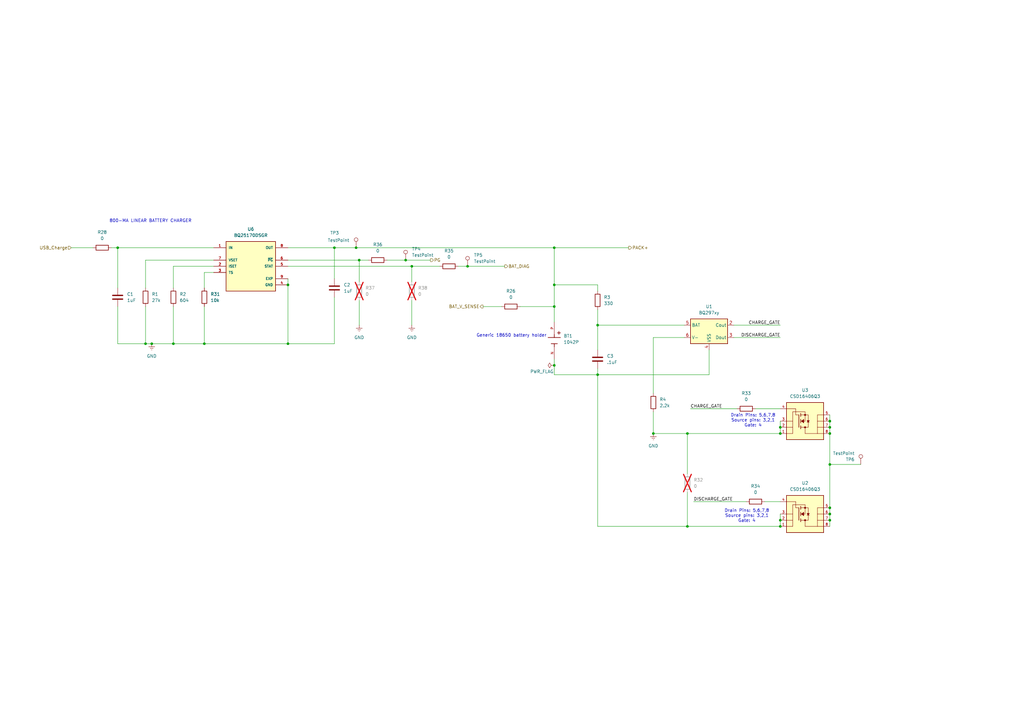
<source format=kicad_sch>
(kicad_sch
	(version 20250114)
	(generator "eeschema")
	(generator_version "9.0")
	(uuid "05361f67-81f6-4e45-a859-8681bb407524")
	(paper "A3")
	(title_block
		(title "Voltage and Current Protection Integrated Circuit for Single")
	)
	(lib_symbols
		(symbol "1042P:1042P"
			(pin_names
				(offset 1.016)
			)
			(exclude_from_sim no)
			(in_bom yes)
			(on_board yes)
			(property "Reference" "BT"
				(at -3.81 3.81 0)
				(effects
					(font
						(size 1.27 1.27)
					)
					(justify left bottom)
				)
			)
			(property "Value" "1042P"
				(at -3.81 -5.08 0)
				(effects
					(font
						(size 1.27 1.27)
					)
					(justify left bottom)
				)
			)
			(property "Footprint" "1042P:BAT_1042P"
				(at 0 0 0)
				(effects
					(font
						(size 1.27 1.27)
					)
					(justify bottom)
					(hide yes)
				)
			)
			(property "Datasheet" ""
				(at 0 0 0)
				(effects
					(font
						(size 1.27 1.27)
					)
					(hide yes)
				)
			)
			(property "Description" ""
				(at 0 0 0)
				(effects
					(font
						(size 1.27 1.27)
					)
					(hide yes)
				)
			)
			(property "PARTREV" "E"
				(at 0 0 0)
				(effects
					(font
						(size 1.27 1.27)
					)
					(justify bottom)
					(hide yes)
				)
			)
			(property "MANUFACTURER" "Keystone"
				(at 0 0 0)
				(effects
					(font
						(size 1.27 1.27)
					)
					(justify bottom)
					(hide yes)
				)
			)
			(property "SNAPEDA_PN" "1042"
				(at 0 0 0)
				(effects
					(font
						(size 1.27 1.27)
					)
					(justify bottom)
					(hide yes)
				)
			)
			(property "MAXIMUM_PACKAGE_HEIGHT" "15.11mm"
				(at 0 0 0)
				(effects
					(font
						(size 1.27 1.27)
					)
					(justify bottom)
					(hide yes)
				)
			)
			(property "STANDARD" "Manufacturer Recommendations"
				(at 0 0 0)
				(effects
					(font
						(size 1.27 1.27)
					)
					(justify bottom)
					(hide yes)
				)
			)
			(symbol "1042P_0_0"
				(polyline
					(pts
						(xy -3.81 1.905) (xy -2.54 1.905)
					)
					(stroke
						(width 0.254)
						(type default)
					)
					(fill
						(type none)
					)
				)
				(polyline
					(pts
						(xy -3.175 2.54) (xy -3.175 1.27)
					)
					(stroke
						(width 0.254)
						(type default)
					)
					(fill
						(type none)
					)
				)
				(polyline
					(pts
						(xy -1.27 2.54) (xy -1.27 -2.54)
					)
					(stroke
						(width 0.254)
						(type default)
					)
					(fill
						(type none)
					)
				)
				(polyline
					(pts
						(xy -1.27 0) (xy -2.54 0)
					)
					(stroke
						(width 0.254)
						(type default)
					)
					(fill
						(type none)
					)
				)
				(polyline
					(pts
						(xy 1.27 1.27) (xy 1.27 -1.27)
					)
					(stroke
						(width 0.254)
						(type default)
					)
					(fill
						(type none)
					)
				)
				(polyline
					(pts
						(xy 1.27 0) (xy 2.54 0)
					)
					(stroke
						(width 0.254)
						(type default)
					)
					(fill
						(type none)
					)
				)
				(pin passive line
					(at -7.62 0 0)
					(length 5.08)
					(name "~"
						(effects
							(font
								(size 1.016 1.016)
							)
						)
					)
					(number "P"
						(effects
							(font
								(size 1.016 1.016)
							)
						)
					)
				)
				(pin passive line
					(at 7.62 0 180)
					(length 5.08)
					(name "~"
						(effects
							(font
								(size 1.016 1.016)
							)
						)
					)
					(number "N"
						(effects
							(font
								(size 1.016 1.016)
							)
						)
					)
				)
			)
			(embedded_fonts no)
		)
		(symbol "BQ25170DSGR:BQ25170DSGR"
			(pin_names
				(offset 1.016)
			)
			(exclude_from_sim no)
			(in_bom yes)
			(on_board yes)
			(property "Reference" "U"
				(at -10.16 11.049 0)
				(effects
					(font
						(size 1.27 1.27)
					)
					(justify left bottom)
				)
			)
			(property "Value" "BQ25170DSGR"
				(at -10.16 -12.7 0)
				(effects
					(font
						(size 1.27 1.27)
					)
					(justify left bottom)
				)
			)
			(property "Footprint" "BQ25170DSGR:SON50P200X200X80-9N"
				(at 0 0 0)
				(effects
					(font
						(size 1.27 1.27)
					)
					(justify bottom)
					(hide yes)
				)
			)
			(property "Datasheet" ""
				(at 0 0 0)
				(effects
					(font
						(size 1.27 1.27)
					)
					(hide yes)
				)
			)
			(property "Description" ""
				(at 0 0 0)
				(effects
					(font
						(size 1.27 1.27)
					)
					(hide yes)
				)
			)
			(property "L1_NOM" ""
				(at 0 0 0)
				(effects
					(font
						(size 1.27 1.27)
					)
					(justify bottom)
					(hide yes)
				)
			)
			(property "SNAPEDA_PACKAGE_ID" ""
				(at 0 0 0)
				(effects
					(font
						(size 1.27 1.27)
					)
					(justify bottom)
					(hide yes)
				)
			)
			(property "B_NOM" "0.25"
				(at 0 0 0)
				(effects
					(font
						(size 1.27 1.27)
					)
					(justify bottom)
					(hide yes)
				)
			)
			(property "EMAX" ""
				(at 0 0 0)
				(effects
					(font
						(size 1.27 1.27)
					)
					(justify bottom)
					(hide yes)
				)
			)
			(property "VACANCIES" ""
				(at 0 0 0)
				(effects
					(font
						(size 1.27 1.27)
					)
					(justify bottom)
					(hide yes)
				)
			)
			(property "BALL_COLUMNS" ""
				(at 0 0 0)
				(effects
					(font
						(size 1.27 1.27)
					)
					(justify bottom)
					(hide yes)
				)
			)
			(property "D1_NOM" ""
				(at 0 0 0)
				(effects
					(font
						(size 1.27 1.27)
					)
					(justify bottom)
					(hide yes)
				)
			)
			(property "THERMAL_PAD" ""
				(at 0 0 0)
				(effects
					(font
						(size 1.27 1.27)
					)
					(justify bottom)
					(hide yes)
				)
			)
			(property "DMAX" ""
				(at 0 0 0)
				(effects
					(font
						(size 1.27 1.27)
					)
					(justify bottom)
					(hide yes)
				)
			)
			(property "L1_MIN" ""
				(at 0 0 0)
				(effects
					(font
						(size 1.27 1.27)
					)
					(justify bottom)
					(hide yes)
				)
			)
			(property "B_MAX" "0.32"
				(at 0 0 0)
				(effects
					(font
						(size 1.27 1.27)
					)
					(justify bottom)
					(hide yes)
				)
			)
			(property "EMIN" ""
				(at 0 0 0)
				(effects
					(font
						(size 1.27 1.27)
					)
					(justify bottom)
					(hide yes)
				)
			)
			(property "JEDEC" ""
				(at 0 0 0)
				(effects
					(font
						(size 1.27 1.27)
					)
					(justify bottom)
					(hide yes)
				)
			)
			(property "ENOM" "0.5"
				(at 0 0 0)
				(effects
					(font
						(size 1.27 1.27)
					)
					(justify bottom)
					(hide yes)
				)
			)
			(property "D_NOM" "2.0"
				(at 0 0 0)
				(effects
					(font
						(size 1.27 1.27)
					)
					(justify bottom)
					(hide yes)
				)
			)
			(property "D_MAX" "2.1"
				(at 0 0 0)
				(effects
					(font
						(size 1.27 1.27)
					)
					(justify bottom)
					(hide yes)
				)
			)
			(property "L_MAX" "0.4"
				(at 0 0 0)
				(effects
					(font
						(size 1.27 1.27)
					)
					(justify bottom)
					(hide yes)
				)
			)
			(property "A_MAX" "0.8"
				(at 0 0 0)
				(effects
					(font
						(size 1.27 1.27)
					)
					(justify bottom)
					(hide yes)
				)
			)
			(property "D1_MAX" ""
				(at 0 0 0)
				(effects
					(font
						(size 1.27 1.27)
					)
					(justify bottom)
					(hide yes)
				)
			)
			(property "L1_MAX" ""
				(at 0 0 0)
				(effects
					(font
						(size 1.27 1.27)
					)
					(justify bottom)
					(hide yes)
				)
			)
			(property "D1_MIN" ""
				(at 0 0 0)
				(effects
					(font
						(size 1.27 1.27)
					)
					(justify bottom)
					(hide yes)
				)
			)
			(property "E2_NOM" "0.9"
				(at 0 0 0)
				(effects
					(font
						(size 1.27 1.27)
					)
					(justify bottom)
					(hide yes)
				)
			)
			(property "D2_NOM" "1.6"
				(at 0 0 0)
				(effects
					(font
						(size 1.27 1.27)
					)
					(justify bottom)
					(hide yes)
				)
			)
			(property "PARTREV" "A"
				(at 0 0 0)
				(effects
					(font
						(size 1.27 1.27)
					)
					(justify bottom)
					(hide yes)
				)
			)
			(property "DNOM" ""
				(at 0 0 0)
				(effects
					(font
						(size 1.27 1.27)
					)
					(justify bottom)
					(hide yes)
				)
			)
			(property "DMIN" ""
				(at 0 0 0)
				(effects
					(font
						(size 1.27 1.27)
					)
					(justify bottom)
					(hide yes)
				)
			)
			(property "E_NOM" "2.0"
				(at 0 0 0)
				(effects
					(font
						(size 1.27 1.27)
					)
					(justify bottom)
					(hide yes)
				)
			)
			(property "BALL_ROWS" ""
				(at 0 0 0)
				(effects
					(font
						(size 1.27 1.27)
					)
					(justify bottom)
					(hide yes)
				)
			)
			(property "B_MIN" "0.18"
				(at 0 0 0)
				(effects
					(font
						(size 1.27 1.27)
					)
					(justify bottom)
					(hide yes)
				)
			)
			(property "STANDARD" "IPC 7351B"
				(at 0 0 0)
				(effects
					(font
						(size 1.27 1.27)
					)
					(justify bottom)
					(hide yes)
				)
			)
			(property "PIN_COUNT" "8.0"
				(at 0 0 0)
				(effects
					(font
						(size 1.27 1.27)
					)
					(justify bottom)
					(hide yes)
				)
			)
			(property "L_NOM" "0.3"
				(at 0 0 0)
				(effects
					(font
						(size 1.27 1.27)
					)
					(justify bottom)
					(hide yes)
				)
			)
			(property "MANUFACTURER" "Texas Instruments"
				(at 0 0 0)
				(effects
					(font
						(size 1.27 1.27)
					)
					(justify bottom)
					(hide yes)
				)
			)
			(property "IPC" ""
				(at 0 0 0)
				(effects
					(font
						(size 1.27 1.27)
					)
					(justify bottom)
					(hide yes)
				)
			)
			(property "PIN_COLUMNS" ""
				(at 0 0 0)
				(effects
					(font
						(size 1.27 1.27)
					)
					(justify bottom)
					(hide yes)
				)
			)
			(property "BODY_DIAMETER" ""
				(at 0 0 0)
				(effects
					(font
						(size 1.27 1.27)
					)
					(justify bottom)
					(hide yes)
				)
			)
			(property "E_MIN" "1.9"
				(at 0 0 0)
				(effects
					(font
						(size 1.27 1.27)
					)
					(justify bottom)
					(hide yes)
				)
			)
			(property "PACKAGE_TYPE" ""
				(at 0 0 0)
				(effects
					(font
						(size 1.27 1.27)
					)
					(justify bottom)
					(hide yes)
				)
			)
			(property "D_MIN" "1.9"
				(at 0 0 0)
				(effects
					(font
						(size 1.27 1.27)
					)
					(justify bottom)
					(hide yes)
				)
			)
			(property "PINS" ""
				(at 0 0 0)
				(effects
					(font
						(size 1.27 1.27)
					)
					(justify bottom)
					(hide yes)
				)
			)
			(property "L_MIN" "0.2"
				(at 0 0 0)
				(effects
					(font
						(size 1.27 1.27)
					)
					(justify bottom)
					(hide yes)
				)
			)
			(property "E_MAX" "2.1"
				(at 0 0 0)
				(effects
					(font
						(size 1.27 1.27)
					)
					(justify bottom)
					(hide yes)
				)
			)
			(symbol "BQ25170DSGR_0_0"
				(rectangle
					(start -10.16 -10.16)
					(end 10.16 10.16)
					(stroke
						(width 0.254)
						(type default)
					)
					(fill
						(type background)
					)
				)
				(pin input line
					(at -15.24 7.62 0)
					(length 5.08)
					(name "IN"
						(effects
							(font
								(size 1.016 1.016)
							)
						)
					)
					(number "1"
						(effects
							(font
								(size 1.016 1.016)
							)
						)
					)
				)
				(pin input line
					(at -15.24 2.54 0)
					(length 5.08)
					(name "VSET"
						(effects
							(font
								(size 1.016 1.016)
							)
						)
					)
					(number "7"
						(effects
							(font
								(size 1.016 1.016)
							)
						)
					)
				)
				(pin input line
					(at -15.24 0 0)
					(length 5.08)
					(name "ISET"
						(effects
							(font
								(size 1.016 1.016)
							)
						)
					)
					(number "2"
						(effects
							(font
								(size 1.016 1.016)
							)
						)
					)
				)
				(pin input line
					(at -15.24 -2.54 0)
					(length 5.08)
					(name "TS"
						(effects
							(font
								(size 1.016 1.016)
							)
						)
					)
					(number "3"
						(effects
							(font
								(size 1.016 1.016)
							)
						)
					)
				)
				(pin output line
					(at 15.24 7.62 180)
					(length 5.08)
					(name "OUT"
						(effects
							(font
								(size 1.016 1.016)
							)
						)
					)
					(number "8"
						(effects
							(font
								(size 1.016 1.016)
							)
						)
					)
				)
				(pin output line
					(at 15.24 2.54 180)
					(length 5.08)
					(name "~{PG}"
						(effects
							(font
								(size 1.016 1.016)
							)
						)
					)
					(number "6"
						(effects
							(font
								(size 1.016 1.016)
							)
						)
					)
				)
				(pin output line
					(at 15.24 0 180)
					(length 5.08)
					(name "STAT"
						(effects
							(font
								(size 1.016 1.016)
							)
						)
					)
					(number "5"
						(effects
							(font
								(size 1.016 1.016)
							)
						)
					)
				)
				(pin power_in line
					(at 15.24 -5.08 180)
					(length 5.08)
					(name "EXP"
						(effects
							(font
								(size 1.016 1.016)
							)
						)
					)
					(number "9"
						(effects
							(font
								(size 1.016 1.016)
							)
						)
					)
				)
				(pin power_in line
					(at 15.24 -7.62 180)
					(length 5.08)
					(name "GND"
						(effects
							(font
								(size 1.016 1.016)
							)
						)
					)
					(number "4"
						(effects
							(font
								(size 1.016 1.016)
							)
						)
					)
				)
			)
			(embedded_fonts no)
		)
		(symbol "Battery_Management:BQ297xy"
			(exclude_from_sim no)
			(in_bom yes)
			(on_board yes)
			(property "Reference" "U"
				(at -6.35 6.35 0)
				(effects
					(font
						(size 1.27 1.27)
					)
				)
			)
			(property "Value" "BQ297xy"
				(at 5.08 -6.35 0)
				(effects
					(font
						(size 1.27 1.27)
					)
				)
			)
			(property "Footprint" "Package_SON:WSON-6_1.5x1.5mm_P0.5mm"
				(at 0 8.89 0)
				(effects
					(font
						(size 1.27 1.27)
					)
					(hide yes)
				)
			)
			(property "Datasheet" "http://www.ti.com/lit/ds/symlink/bq2970.pdf"
				(at -6.35 5.08 0)
				(effects
					(font
						(size 1.27 1.27)
					)
					(hide yes)
				)
			)
			(property "Description" "Voltage and Current Protection for Single-Cell Li-Ion and Li-Polymer Batteries"
				(at 0 0 0)
				(effects
					(font
						(size 1.27 1.27)
					)
					(hide yes)
				)
			)
			(property "ki_keywords" "protection Li-Ion Li-Pol"
				(at 0 0 0)
				(effects
					(font
						(size 1.27 1.27)
					)
					(hide yes)
				)
			)
			(property "ki_fp_filters" "WSON*1.5x1.5mm*P0.5mm*"
				(at 0 0 0)
				(effects
					(font
						(size 1.27 1.27)
					)
					(hide yes)
				)
			)
			(symbol "BQ297xy_0_1"
				(rectangle
					(start -7.62 5.08)
					(end 7.62 -5.08)
					(stroke
						(width 0.254)
						(type default)
					)
					(fill
						(type background)
					)
				)
			)
			(symbol "BQ297xy_1_1"
				(pin input line
					(at -10.16 2.54 0)
					(length 2.54)
					(name "BAT"
						(effects
							(font
								(size 1.27 1.27)
							)
						)
					)
					(number "5"
						(effects
							(font
								(size 1.27 1.27)
							)
						)
					)
				)
				(pin input line
					(at -10.16 -2.54 0)
					(length 2.54)
					(name "V-"
						(effects
							(font
								(size 1.27 1.27)
							)
						)
					)
					(number "6"
						(effects
							(font
								(size 1.27 1.27)
							)
						)
					)
				)
				(pin power_in line
					(at 0 -7.62 90)
					(length 2.54)
					(name "VSS"
						(effects
							(font
								(size 1.27 1.27)
							)
						)
					)
					(number "4"
						(effects
							(font
								(size 1.27 1.27)
							)
						)
					)
				)
				(pin no_connect line
					(at 7.62 0 180)
					(length 2.54)
					(hide yes)
					(name "NC"
						(effects
							(font
								(size 1.27 1.27)
							)
						)
					)
					(number "1"
						(effects
							(font
								(size 1.27 1.27)
							)
						)
					)
				)
				(pin output line
					(at 10.16 2.54 180)
					(length 2.54)
					(name "Cout"
						(effects
							(font
								(size 1.27 1.27)
							)
						)
					)
					(number "2"
						(effects
							(font
								(size 1.27 1.27)
							)
						)
					)
				)
				(pin output line
					(at 10.16 -2.54 180)
					(length 2.54)
					(name "Dout"
						(effects
							(font
								(size 1.27 1.27)
							)
						)
					)
					(number "3"
						(effects
							(font
								(size 1.27 1.27)
							)
						)
					)
				)
			)
			(embedded_fonts no)
		)
		(symbol "CSD16406Q3:CSD16406Q3"
			(pin_names
				(offset 1.016)
			)
			(exclude_from_sim no)
			(in_bom yes)
			(on_board yes)
			(property "Reference" "U"
				(at -7.62 8.382 0)
				(effects
					(font
						(size 1.27 1.27)
					)
					(justify left bottom)
				)
			)
			(property "Value" "CSD16406Q3"
				(at -7.62 -8.382 0)
				(effects
					(font
						(size 1.27 1.27)
					)
					(justify left top)
				)
			)
			(property "Footprint" "CSD16406Q3:TRANS_CSD16406Q3"
				(at 0 0 0)
				(effects
					(font
						(size 1.27 1.27)
					)
					(justify bottom)
					(hide yes)
				)
			)
			(property "Datasheet" ""
				(at 0 0 0)
				(effects
					(font
						(size 1.27 1.27)
					)
					(hide yes)
				)
			)
			(property "Description" ""
				(at 0 0 0)
				(effects
					(font
						(size 1.27 1.27)
					)
					(hide yes)
				)
			)
			(property "MF" "Texas Instruments"
				(at 0 0 0)
				(effects
					(font
						(size 1.27 1.27)
					)
					(justify bottom)
					(hide yes)
				)
			)
			(property "MOUSER-PURCHASE-URL" "https://snapeda.com/shop?store=Mouser&id=288071"
				(at 0 0 0)
				(effects
					(font
						(size 1.27 1.27)
					)
					(justify bottom)
					(hide yes)
				)
			)
			(property "DESCRIPTION" "25V, N ch NexFET MOSFET, single SON3x3, 7.4mOhm 8-VSON-CLIP -55 to 150"
				(at 0 0 0)
				(effects
					(font
						(size 1.27 1.27)
					)
					(justify bottom)
					(hide yes)
				)
			)
			(property "PACKAGE" "VSON-CLIP-8 Texas Instruments"
				(at 0 0 0)
				(effects
					(font
						(size 1.27 1.27)
					)
					(justify bottom)
					(hide yes)
				)
			)
			(property "PRICE" "None"
				(at 0 0 0)
				(effects
					(font
						(size 1.27 1.27)
					)
					(justify bottom)
					(hide yes)
				)
			)
			(property "MP" "CSD16406Q3"
				(at 0 0 0)
				(effects
					(font
						(size 1.27 1.27)
					)
					(justify bottom)
					(hide yes)
				)
			)
			(property "TEXAS_INSTRUMENTS-PURCHASE-URL" "https://snapeda.com/shop?store=Texas+Instruments&id=288071"
				(at 0 0 0)
				(effects
					(font
						(size 1.27 1.27)
					)
					(justify bottom)
					(hide yes)
				)
			)
			(property "AVAILABILITY" "Good"
				(at 0 0 0)
				(effects
					(font
						(size 1.27 1.27)
					)
					(justify bottom)
					(hide yes)
				)
			)
			(property "DIGIKEY-PURCHASE-URL" "https://snapeda.com/shop?store=DigiKey&id=288071"
				(at 0 0 0)
				(effects
					(font
						(size 1.27 1.27)
					)
					(justify bottom)
					(hide yes)
				)
			)
			(symbol "CSD16406Q3_0_0"
				(polyline
					(pts
						(xy -7.62 5.08) (xy -5.08 5.08)
					)
					(stroke
						(width 0.1524)
						(type default)
					)
					(fill
						(type none)
					)
				)
				(polyline
					(pts
						(xy -7.62 2.54) (xy -5.08 2.54)
					)
					(stroke
						(width 0.1524)
						(type default)
					)
					(fill
						(type none)
					)
				)
				(polyline
					(pts
						(xy -7.62 -5.08) (xy -3.81 -5.08)
					)
					(stroke
						(width 0.1524)
						(type default)
					)
					(fill
						(type none)
					)
				)
				(rectangle
					(start -7.62 -7.62)
					(end 7.62 7.62)
					(stroke
						(width 0.254)
						(type default)
					)
					(fill
						(type background)
					)
				)
				(polyline
					(pts
						(xy -5.08 5.08) (xy -5.08 2.54)
					)
					(stroke
						(width 0.1524)
						(type default)
					)
					(fill
						(type none)
					)
				)
				(polyline
					(pts
						(xy -5.08 2.54) (xy -5.08 0)
					)
					(stroke
						(width 0.1524)
						(type default)
					)
					(fill
						(type none)
					)
				)
				(polyline
					(pts
						(xy -5.08 0) (xy -7.62 0)
					)
					(stroke
						(width 0.1524)
						(type default)
					)
					(fill
						(type none)
					)
				)
				(polyline
					(pts
						(xy -5.08 0) (xy -5.08 -3.81)
					)
					(stroke
						(width 0.1524)
						(type default)
					)
					(fill
						(type none)
					)
				)
				(polyline
					(pts
						(xy -5.08 -3.81) (xy 0 -3.81)
					)
					(stroke
						(width 0.1524)
						(type default)
					)
					(fill
						(type none)
					)
				)
				(polyline
					(pts
						(xy -3.81 -2.54) (xy -2.54 -2.54)
					)
					(stroke
						(width 0.1524)
						(type default)
					)
					(fill
						(type none)
					)
				)
				(polyline
					(pts
						(xy -3.81 -5.08) (xy -3.81 -2.54)
					)
					(stroke
						(width 0.1524)
						(type default)
					)
					(fill
						(type none)
					)
				)
				(polyline
					(pts
						(xy -2.54 2.54) (xy -2.54 -2.54)
					)
					(stroke
						(width 0.254)
						(type default)
					)
					(fill
						(type none)
					)
				)
				(polyline
					(pts
						(xy -1.778 3.175) (xy -1.778 2.54)
					)
					(stroke
						(width 0.254)
						(type default)
					)
					(fill
						(type none)
					)
				)
				(polyline
					(pts
						(xy -1.778 2.54) (xy -1.778 1.905)
					)
					(stroke
						(width 0.254)
						(type default)
					)
					(fill
						(type none)
					)
				)
				(polyline
					(pts
						(xy -1.778 2.54) (xy 0 2.54)
					)
					(stroke
						(width 0.1524)
						(type default)
					)
					(fill
						(type none)
					)
				)
				(polyline
					(pts
						(xy -1.778 0.762) (xy -1.778 0)
					)
					(stroke
						(width 0.254)
						(type default)
					)
					(fill
						(type none)
					)
				)
				(polyline
					(pts
						(xy -1.778 0) (xy -1.778 -0.762)
					)
					(stroke
						(width 0.254)
						(type default)
					)
					(fill
						(type none)
					)
				)
				(polyline
					(pts
						(xy -1.778 0) (xy 0 0)
					)
					(stroke
						(width 0.1524)
						(type default)
					)
					(fill
						(type none)
					)
				)
				(polyline
					(pts
						(xy -1.778 -1.905) (xy -1.778 -2.54)
					)
					(stroke
						(width 0.254)
						(type default)
					)
					(fill
						(type none)
					)
				)
				(polyline
					(pts
						(xy -1.778 -2.54) (xy -1.778 -3.175)
					)
					(stroke
						(width 0.254)
						(type default)
					)
					(fill
						(type none)
					)
				)
				(polyline
					(pts
						(xy -1.524 0) (xy -0.508 0.762) (xy -0.508 -0.762) (xy -1.524 0)
					)
					(stroke
						(width 0.1524)
						(type default)
					)
					(fill
						(type outline)
					)
				)
				(polyline
					(pts
						(xy 0 5.08) (xy 0 2.54)
					)
					(stroke
						(width 0.1524)
						(type default)
					)
					(fill
						(type none)
					)
				)
				(circle
					(center 0 2.54)
					(radius 0.2032)
					(stroke
						(width 0.4064)
						(type default)
					)
					(fill
						(type none)
					)
				)
				(polyline
					(pts
						(xy 0 2.54) (xy 1.27 2.54)
					)
					(stroke
						(width 0.1524)
						(type default)
					)
					(fill
						(type none)
					)
				)
				(polyline
					(pts
						(xy 0 0) (xy 0 -2.54)
					)
					(stroke
						(width 0.1524)
						(type default)
					)
					(fill
						(type none)
					)
				)
				(polyline
					(pts
						(xy 0 -2.54) (xy -1.778 -2.54)
					)
					(stroke
						(width 0.1524)
						(type default)
					)
					(fill
						(type none)
					)
				)
				(polyline
					(pts
						(xy 0 -2.54) (xy 1.27 -2.54)
					)
					(stroke
						(width 0.1524)
						(type default)
					)
					(fill
						(type none)
					)
				)
				(circle
					(center 0 -2.54)
					(radius 0.2032)
					(stroke
						(width 0.4064)
						(type default)
					)
					(fill
						(type none)
					)
				)
				(polyline
					(pts
						(xy 0 -3.81) (xy 0 -2.54)
					)
					(stroke
						(width 0.1524)
						(type default)
					)
					(fill
						(type none)
					)
				)
				(polyline
					(pts
						(xy 1.27 2.54) (xy 1.27 0.508)
					)
					(stroke
						(width 0.1524)
						(type default)
					)
					(fill
						(type none)
					)
				)
				(polyline
					(pts
						(xy 1.27 0.508) (xy 0.762 0.508)
					)
					(stroke
						(width 0.1524)
						(type default)
					)
					(fill
						(type none)
					)
				)
				(polyline
					(pts
						(xy 1.27 0.508) (xy 1.27 -2.54)
					)
					(stroke
						(width 0.1524)
						(type default)
					)
					(fill
						(type none)
					)
				)
				(polyline
					(pts
						(xy 1.27 0.508) (xy 0.762 -0.254) (xy 1.778 -0.254) (xy 1.27 0.508)
					)
					(stroke
						(width 0.1524)
						(type default)
					)
					(fill
						(type outline)
					)
				)
				(polyline
					(pts
						(xy 1.778 0.508) (xy 1.27 0.508)
					)
					(stroke
						(width 0.1524)
						(type default)
					)
					(fill
						(type none)
					)
				)
				(polyline
					(pts
						(xy 5.08 5.08) (xy 0 5.08)
					)
					(stroke
						(width 0.1524)
						(type default)
					)
					(fill
						(type none)
					)
				)
				(polyline
					(pts
						(xy 5.08 5.08) (xy 7.62 5.08)
					)
					(stroke
						(width 0.1524)
						(type default)
					)
					(fill
						(type none)
					)
				)
				(polyline
					(pts
						(xy 5.08 2.54) (xy 5.08 5.08)
					)
					(stroke
						(width 0.1524)
						(type default)
					)
					(fill
						(type none)
					)
				)
				(polyline
					(pts
						(xy 5.08 2.54) (xy 7.62 2.54)
					)
					(stroke
						(width 0.1524)
						(type default)
					)
					(fill
						(type none)
					)
				)
				(polyline
					(pts
						(xy 5.08 0) (xy 5.08 2.54)
					)
					(stroke
						(width 0.1524)
						(type default)
					)
					(fill
						(type none)
					)
				)
				(polyline
					(pts
						(xy 5.08 0) (xy 7.62 0)
					)
					(stroke
						(width 0.1524)
						(type default)
					)
					(fill
						(type none)
					)
				)
				(polyline
					(pts
						(xy 5.08 -2.54) (xy 5.08 0)
					)
					(stroke
						(width 0.1524)
						(type default)
					)
					(fill
						(type none)
					)
				)
				(polyline
					(pts
						(xy 5.08 -2.54) (xy 7.62 -2.54)
					)
					(stroke
						(width 0.1524)
						(type default)
					)
					(fill
						(type none)
					)
				)
				(pin passive line
					(at -10.16 5.08 0)
					(length 2.54)
					(name "~"
						(effects
							(font
								(size 1.016 1.016)
							)
						)
					)
					(number "1"
						(effects
							(font
								(size 1.016 1.016)
							)
						)
					)
				)
				(pin passive line
					(at -10.16 2.54 0)
					(length 2.54)
					(name "~"
						(effects
							(font
								(size 1.016 1.016)
							)
						)
					)
					(number "2"
						(effects
							(font
								(size 1.016 1.016)
							)
						)
					)
				)
				(pin passive line
					(at -10.16 0 0)
					(length 2.54)
					(name "~"
						(effects
							(font
								(size 1.016 1.016)
							)
						)
					)
					(number "3"
						(effects
							(font
								(size 1.016 1.016)
							)
						)
					)
				)
				(pin passive line
					(at -10.16 -5.08 0)
					(length 2.54)
					(name "~"
						(effects
							(font
								(size 1.016 1.016)
							)
						)
					)
					(number "4"
						(effects
							(font
								(size 1.016 1.016)
							)
						)
					)
				)
				(pin passive line
					(at 10.16 5.08 180)
					(length 2.54)
					(name "~"
						(effects
							(font
								(size 1.016 1.016)
							)
						)
					)
					(number "8"
						(effects
							(font
								(size 1.016 1.016)
							)
						)
					)
				)
				(pin passive line
					(at 10.16 2.54 180)
					(length 2.54)
					(name "~"
						(effects
							(font
								(size 1.016 1.016)
							)
						)
					)
					(number "7"
						(effects
							(font
								(size 1.016 1.016)
							)
						)
					)
				)
				(pin passive line
					(at 10.16 0 180)
					(length 2.54)
					(name "~"
						(effects
							(font
								(size 1.016 1.016)
							)
						)
					)
					(number "6"
						(effects
							(font
								(size 1.016 1.016)
							)
						)
					)
				)
				(pin passive line
					(at 10.16 -2.54 180)
					(length 2.54)
					(name "~"
						(effects
							(font
								(size 1.016 1.016)
							)
						)
					)
					(number "5"
						(effects
							(font
								(size 1.016 1.016)
							)
						)
					)
				)
			)
			(embedded_fonts no)
		)
		(symbol "CSD16406Q3_1"
			(pin_names
				(offset 1.016)
			)
			(exclude_from_sim no)
			(in_bom yes)
			(on_board yes)
			(property "Reference" "U"
				(at -7.62 8.382 0)
				(effects
					(font
						(size 1.27 1.27)
					)
					(justify left bottom)
				)
			)
			(property "Value" "CSD16406Q3"
				(at -7.62 -8.382 0)
				(effects
					(font
						(size 1.27 1.27)
					)
					(justify left top)
				)
			)
			(property "Footprint" "CSD16406Q3:TRANS_CSD16406Q3"
				(at 0 0 0)
				(effects
					(font
						(size 1.27 1.27)
					)
					(justify bottom)
					(hide yes)
				)
			)
			(property "Datasheet" ""
				(at 0 0 0)
				(effects
					(font
						(size 1.27 1.27)
					)
					(hide yes)
				)
			)
			(property "Description" ""
				(at 0 0 0)
				(effects
					(font
						(size 1.27 1.27)
					)
					(hide yes)
				)
			)
			(property "MF" "Texas Instruments"
				(at 0 0 0)
				(effects
					(font
						(size 1.27 1.27)
					)
					(justify bottom)
					(hide yes)
				)
			)
			(property "MOUSER-PURCHASE-URL" "https://snapeda.com/shop?store=Mouser&id=288071"
				(at 0 0 0)
				(effects
					(font
						(size 1.27 1.27)
					)
					(justify bottom)
					(hide yes)
				)
			)
			(property "DESCRIPTION" "25V, N ch NexFET MOSFET, single SON3x3, 7.4mOhm 8-VSON-CLIP -55 to 150"
				(at 0 0 0)
				(effects
					(font
						(size 1.27 1.27)
					)
					(justify bottom)
					(hide yes)
				)
			)
			(property "PACKAGE" "VSON-CLIP-8 Texas Instruments"
				(at 0 0 0)
				(effects
					(font
						(size 1.27 1.27)
					)
					(justify bottom)
					(hide yes)
				)
			)
			(property "PRICE" "None"
				(at 0 0 0)
				(effects
					(font
						(size 1.27 1.27)
					)
					(justify bottom)
					(hide yes)
				)
			)
			(property "MP" "CSD16406Q3"
				(at 0 0 0)
				(effects
					(font
						(size 1.27 1.27)
					)
					(justify bottom)
					(hide yes)
				)
			)
			(property "TEXAS_INSTRUMENTS-PURCHASE-URL" "https://snapeda.com/shop?store=Texas+Instruments&id=288071"
				(at 0 0 0)
				(effects
					(font
						(size 1.27 1.27)
					)
					(justify bottom)
					(hide yes)
				)
			)
			(property "AVAILABILITY" "Good"
				(at 0 0 0)
				(effects
					(font
						(size 1.27 1.27)
					)
					(justify bottom)
					(hide yes)
				)
			)
			(property "DIGIKEY-PURCHASE-URL" "https://snapeda.com/shop?store=DigiKey&id=288071"
				(at 0 0 0)
				(effects
					(font
						(size 1.27 1.27)
					)
					(justify bottom)
					(hide yes)
				)
			)
			(symbol "CSD16406Q3_1_0_0"
				(polyline
					(pts
						(xy -7.62 5.08) (xy -5.08 5.08)
					)
					(stroke
						(width 0.1524)
						(type default)
					)
					(fill
						(type none)
					)
				)
				(polyline
					(pts
						(xy -7.62 2.54) (xy -5.08 2.54)
					)
					(stroke
						(width 0.1524)
						(type default)
					)
					(fill
						(type none)
					)
				)
				(polyline
					(pts
						(xy -7.62 -5.08) (xy -3.81 -5.08)
					)
					(stroke
						(width 0.1524)
						(type default)
					)
					(fill
						(type none)
					)
				)
				(rectangle
					(start -7.62 -7.62)
					(end 7.62 7.62)
					(stroke
						(width 0.254)
						(type default)
					)
					(fill
						(type background)
					)
				)
				(polyline
					(pts
						(xy -5.08 5.08) (xy -5.08 2.54)
					)
					(stroke
						(width 0.1524)
						(type default)
					)
					(fill
						(type none)
					)
				)
				(polyline
					(pts
						(xy -5.08 2.54) (xy -5.08 0)
					)
					(stroke
						(width 0.1524)
						(type default)
					)
					(fill
						(type none)
					)
				)
				(polyline
					(pts
						(xy -5.08 0) (xy -7.62 0)
					)
					(stroke
						(width 0.1524)
						(type default)
					)
					(fill
						(type none)
					)
				)
				(polyline
					(pts
						(xy -5.08 0) (xy -5.08 -3.81)
					)
					(stroke
						(width 0.1524)
						(type default)
					)
					(fill
						(type none)
					)
				)
				(polyline
					(pts
						(xy -5.08 -3.81) (xy 0 -3.81)
					)
					(stroke
						(width 0.1524)
						(type default)
					)
					(fill
						(type none)
					)
				)
				(polyline
					(pts
						(xy -3.81 -2.54) (xy -2.54 -2.54)
					)
					(stroke
						(width 0.1524)
						(type default)
					)
					(fill
						(type none)
					)
				)
				(polyline
					(pts
						(xy -3.81 -5.08) (xy -3.81 -2.54)
					)
					(stroke
						(width 0.1524)
						(type default)
					)
					(fill
						(type none)
					)
				)
				(polyline
					(pts
						(xy -2.54 2.54) (xy -2.54 -2.54)
					)
					(stroke
						(width 0.254)
						(type default)
					)
					(fill
						(type none)
					)
				)
				(polyline
					(pts
						(xy -1.778 3.175) (xy -1.778 2.54)
					)
					(stroke
						(width 0.254)
						(type default)
					)
					(fill
						(type none)
					)
				)
				(polyline
					(pts
						(xy -1.778 2.54) (xy -1.778 1.905)
					)
					(stroke
						(width 0.254)
						(type default)
					)
					(fill
						(type none)
					)
				)
				(polyline
					(pts
						(xy -1.778 2.54) (xy 0 2.54)
					)
					(stroke
						(width 0.1524)
						(type default)
					)
					(fill
						(type none)
					)
				)
				(polyline
					(pts
						(xy -1.778 0.762) (xy -1.778 0)
					)
					(stroke
						(width 0.254)
						(type default)
					)
					(fill
						(type none)
					)
				)
				(polyline
					(pts
						(xy -1.778 0) (xy -1.778 -0.762)
					)
					(stroke
						(width 0.254)
						(type default)
					)
					(fill
						(type none)
					)
				)
				(polyline
					(pts
						(xy -1.778 0) (xy 0 0)
					)
					(stroke
						(width 0.1524)
						(type default)
					)
					(fill
						(type none)
					)
				)
				(polyline
					(pts
						(xy -1.778 -1.905) (xy -1.778 -2.54)
					)
					(stroke
						(width 0.254)
						(type default)
					)
					(fill
						(type none)
					)
				)
				(polyline
					(pts
						(xy -1.778 -2.54) (xy -1.778 -3.175)
					)
					(stroke
						(width 0.254)
						(type default)
					)
					(fill
						(type none)
					)
				)
				(polyline
					(pts
						(xy -1.524 0) (xy -0.508 0.762) (xy -0.508 -0.762) (xy -1.524 0)
					)
					(stroke
						(width 0.1524)
						(type default)
					)
					(fill
						(type outline)
					)
				)
				(polyline
					(pts
						(xy 0 5.08) (xy 0 2.54)
					)
					(stroke
						(width 0.1524)
						(type default)
					)
					(fill
						(type none)
					)
				)
				(circle
					(center 0 2.54)
					(radius 0.2032)
					(stroke
						(width 0.4064)
						(type default)
					)
					(fill
						(type none)
					)
				)
				(polyline
					(pts
						(xy 0 2.54) (xy 1.27 2.54)
					)
					(stroke
						(width 0.1524)
						(type default)
					)
					(fill
						(type none)
					)
				)
				(polyline
					(pts
						(xy 0 0) (xy 0 -2.54)
					)
					(stroke
						(width 0.1524)
						(type default)
					)
					(fill
						(type none)
					)
				)
				(polyline
					(pts
						(xy 0 -2.54) (xy -1.778 -2.54)
					)
					(stroke
						(width 0.1524)
						(type default)
					)
					(fill
						(type none)
					)
				)
				(polyline
					(pts
						(xy 0 -2.54) (xy 1.27 -2.54)
					)
					(stroke
						(width 0.1524)
						(type default)
					)
					(fill
						(type none)
					)
				)
				(circle
					(center 0 -2.54)
					(radius 0.2032)
					(stroke
						(width 0.4064)
						(type default)
					)
					(fill
						(type none)
					)
				)
				(polyline
					(pts
						(xy 0 -3.81) (xy 0 -2.54)
					)
					(stroke
						(width 0.1524)
						(type default)
					)
					(fill
						(type none)
					)
				)
				(polyline
					(pts
						(xy 1.27 2.54) (xy 1.27 0.508)
					)
					(stroke
						(width 0.1524)
						(type default)
					)
					(fill
						(type none)
					)
				)
				(polyline
					(pts
						(xy 1.27 0.508) (xy 0.762 0.508)
					)
					(stroke
						(width 0.1524)
						(type default)
					)
					(fill
						(type none)
					)
				)
				(polyline
					(pts
						(xy 1.27 0.508) (xy 1.27 -2.54)
					)
					(stroke
						(width 0.1524)
						(type default)
					)
					(fill
						(type none)
					)
				)
				(polyline
					(pts
						(xy 1.27 0.508) (xy 0.762 -0.254) (xy 1.778 -0.254) (xy 1.27 0.508)
					)
					(stroke
						(width 0.1524)
						(type default)
					)
					(fill
						(type outline)
					)
				)
				(polyline
					(pts
						(xy 1.778 0.508) (xy 1.27 0.508)
					)
					(stroke
						(width 0.1524)
						(type default)
					)
					(fill
						(type none)
					)
				)
				(polyline
					(pts
						(xy 5.08 5.08) (xy 0 5.08)
					)
					(stroke
						(width 0.1524)
						(type default)
					)
					(fill
						(type none)
					)
				)
				(polyline
					(pts
						(xy 5.08 5.08) (xy 7.62 5.08)
					)
					(stroke
						(width 0.1524)
						(type default)
					)
					(fill
						(type none)
					)
				)
				(polyline
					(pts
						(xy 5.08 2.54) (xy 5.08 5.08)
					)
					(stroke
						(width 0.1524)
						(type default)
					)
					(fill
						(type none)
					)
				)
				(polyline
					(pts
						(xy 5.08 2.54) (xy 7.62 2.54)
					)
					(stroke
						(width 0.1524)
						(type default)
					)
					(fill
						(type none)
					)
				)
				(polyline
					(pts
						(xy 5.08 0) (xy 5.08 2.54)
					)
					(stroke
						(width 0.1524)
						(type default)
					)
					(fill
						(type none)
					)
				)
				(polyline
					(pts
						(xy 5.08 0) (xy 7.62 0)
					)
					(stroke
						(width 0.1524)
						(type default)
					)
					(fill
						(type none)
					)
				)
				(polyline
					(pts
						(xy 5.08 -2.54) (xy 5.08 0)
					)
					(stroke
						(width 0.1524)
						(type default)
					)
					(fill
						(type none)
					)
				)
				(polyline
					(pts
						(xy 5.08 -2.54) (xy 7.62 -2.54)
					)
					(stroke
						(width 0.1524)
						(type default)
					)
					(fill
						(type none)
					)
				)
				(pin passive line
					(at -10.16 5.08 0)
					(length 2.54)
					(name "~"
						(effects
							(font
								(size 1.016 1.016)
							)
						)
					)
					(number "1"
						(effects
							(font
								(size 1.016 1.016)
							)
						)
					)
				)
				(pin passive line
					(at -10.16 2.54 0)
					(length 2.54)
					(name "~"
						(effects
							(font
								(size 1.016 1.016)
							)
						)
					)
					(number "2"
						(effects
							(font
								(size 1.016 1.016)
							)
						)
					)
				)
				(pin passive line
					(at -10.16 0 0)
					(length 2.54)
					(name "~"
						(effects
							(font
								(size 1.016 1.016)
							)
						)
					)
					(number "3"
						(effects
							(font
								(size 1.016 1.016)
							)
						)
					)
				)
				(pin passive line
					(at -10.16 -5.08 0)
					(length 2.54)
					(name "~"
						(effects
							(font
								(size 1.016 1.016)
							)
						)
					)
					(number "4"
						(effects
							(font
								(size 1.016 1.016)
							)
						)
					)
				)
				(pin passive line
					(at 10.16 5.08 180)
					(length 2.54)
					(name "~"
						(effects
							(font
								(size 1.016 1.016)
							)
						)
					)
					(number "8"
						(effects
							(font
								(size 1.016 1.016)
							)
						)
					)
				)
				(pin passive line
					(at 10.16 2.54 180)
					(length 2.54)
					(name "~"
						(effects
							(font
								(size 1.016 1.016)
							)
						)
					)
					(number "7"
						(effects
							(font
								(size 1.016 1.016)
							)
						)
					)
				)
				(pin passive line
					(at 10.16 0 180)
					(length 2.54)
					(name "~"
						(effects
							(font
								(size 1.016 1.016)
							)
						)
					)
					(number "6"
						(effects
							(font
								(size 1.016 1.016)
							)
						)
					)
				)
				(pin passive line
					(at 10.16 -2.54 180)
					(length 2.54)
					(name "~"
						(effects
							(font
								(size 1.016 1.016)
							)
						)
					)
					(number "5"
						(effects
							(font
								(size 1.016 1.016)
							)
						)
					)
				)
			)
			(embedded_fonts no)
		)
		(symbol "Connector:TestPoint"
			(pin_numbers
				(hide yes)
			)
			(pin_names
				(offset 0.762)
				(hide yes)
			)
			(exclude_from_sim no)
			(in_bom yes)
			(on_board yes)
			(property "Reference" "TP"
				(at 0 6.858 0)
				(effects
					(font
						(size 1.27 1.27)
					)
				)
			)
			(property "Value" "TestPoint"
				(at 0 5.08 0)
				(effects
					(font
						(size 1.27 1.27)
					)
				)
			)
			(property "Footprint" ""
				(at 5.08 0 0)
				(effects
					(font
						(size 1.27 1.27)
					)
					(hide yes)
				)
			)
			(property "Datasheet" "~"
				(at 5.08 0 0)
				(effects
					(font
						(size 1.27 1.27)
					)
					(hide yes)
				)
			)
			(property "Description" "test point"
				(at 0 0 0)
				(effects
					(font
						(size 1.27 1.27)
					)
					(hide yes)
				)
			)
			(property "ki_keywords" "test point tp"
				(at 0 0 0)
				(effects
					(font
						(size 1.27 1.27)
					)
					(hide yes)
				)
			)
			(property "ki_fp_filters" "Pin* Test*"
				(at 0 0 0)
				(effects
					(font
						(size 1.27 1.27)
					)
					(hide yes)
				)
			)
			(symbol "TestPoint_0_1"
				(circle
					(center 0 3.302)
					(radius 0.762)
					(stroke
						(width 0)
						(type default)
					)
					(fill
						(type none)
					)
				)
			)
			(symbol "TestPoint_1_1"
				(pin passive line
					(at 0 0 90)
					(length 2.54)
					(name "1"
						(effects
							(font
								(size 1.27 1.27)
							)
						)
					)
					(number "1"
						(effects
							(font
								(size 1.27 1.27)
							)
						)
					)
				)
			)
			(embedded_fonts no)
		)
		(symbol "Device:C"
			(pin_numbers
				(hide yes)
			)
			(pin_names
				(offset 0.254)
			)
			(exclude_from_sim no)
			(in_bom yes)
			(on_board yes)
			(property "Reference" "C"
				(at 0.635 2.54 0)
				(effects
					(font
						(size 1.27 1.27)
					)
					(justify left)
				)
			)
			(property "Value" "C"
				(at 0.635 -2.54 0)
				(effects
					(font
						(size 1.27 1.27)
					)
					(justify left)
				)
			)
			(property "Footprint" ""
				(at 0.9652 -3.81 0)
				(effects
					(font
						(size 1.27 1.27)
					)
					(hide yes)
				)
			)
			(property "Datasheet" "~"
				(at 0 0 0)
				(effects
					(font
						(size 1.27 1.27)
					)
					(hide yes)
				)
			)
			(property "Description" "Unpolarized capacitor"
				(at 0 0 0)
				(effects
					(font
						(size 1.27 1.27)
					)
					(hide yes)
				)
			)
			(property "ki_keywords" "cap capacitor"
				(at 0 0 0)
				(effects
					(font
						(size 1.27 1.27)
					)
					(hide yes)
				)
			)
			(property "ki_fp_filters" "C_*"
				(at 0 0 0)
				(effects
					(font
						(size 1.27 1.27)
					)
					(hide yes)
				)
			)
			(symbol "C_0_1"
				(polyline
					(pts
						(xy -2.032 0.762) (xy 2.032 0.762)
					)
					(stroke
						(width 0.508)
						(type default)
					)
					(fill
						(type none)
					)
				)
				(polyline
					(pts
						(xy -2.032 -0.762) (xy 2.032 -0.762)
					)
					(stroke
						(width 0.508)
						(type default)
					)
					(fill
						(type none)
					)
				)
			)
			(symbol "C_1_1"
				(pin passive line
					(at 0 3.81 270)
					(length 2.794)
					(name "~"
						(effects
							(font
								(size 1.27 1.27)
							)
						)
					)
					(number "1"
						(effects
							(font
								(size 1.27 1.27)
							)
						)
					)
				)
				(pin passive line
					(at 0 -3.81 90)
					(length 2.794)
					(name "~"
						(effects
							(font
								(size 1.27 1.27)
							)
						)
					)
					(number "2"
						(effects
							(font
								(size 1.27 1.27)
							)
						)
					)
				)
			)
			(embedded_fonts no)
		)
		(symbol "Device:R"
			(pin_numbers
				(hide yes)
			)
			(pin_names
				(offset 0)
			)
			(exclude_from_sim no)
			(in_bom yes)
			(on_board yes)
			(property "Reference" "R"
				(at 2.032 0 90)
				(effects
					(font
						(size 1.27 1.27)
					)
				)
			)
			(property "Value" "R"
				(at 0 0 90)
				(effects
					(font
						(size 1.27 1.27)
					)
				)
			)
			(property "Footprint" ""
				(at -1.778 0 90)
				(effects
					(font
						(size 1.27 1.27)
					)
					(hide yes)
				)
			)
			(property "Datasheet" "~"
				(at 0 0 0)
				(effects
					(font
						(size 1.27 1.27)
					)
					(hide yes)
				)
			)
			(property "Description" "Resistor"
				(at 0 0 0)
				(effects
					(font
						(size 1.27 1.27)
					)
					(hide yes)
				)
			)
			(property "ki_keywords" "R res resistor"
				(at 0 0 0)
				(effects
					(font
						(size 1.27 1.27)
					)
					(hide yes)
				)
			)
			(property "ki_fp_filters" "R_*"
				(at 0 0 0)
				(effects
					(font
						(size 1.27 1.27)
					)
					(hide yes)
				)
			)
			(symbol "R_0_1"
				(rectangle
					(start -1.016 -2.54)
					(end 1.016 2.54)
					(stroke
						(width 0.254)
						(type default)
					)
					(fill
						(type none)
					)
				)
			)
			(symbol "R_1_1"
				(pin passive line
					(at 0 3.81 270)
					(length 1.27)
					(name "~"
						(effects
							(font
								(size 1.27 1.27)
							)
						)
					)
					(number "1"
						(effects
							(font
								(size 1.27 1.27)
							)
						)
					)
				)
				(pin passive line
					(at 0 -3.81 90)
					(length 1.27)
					(name "~"
						(effects
							(font
								(size 1.27 1.27)
							)
						)
					)
					(number "2"
						(effects
							(font
								(size 1.27 1.27)
							)
						)
					)
				)
			)
			(embedded_fonts no)
		)
		(symbol "power:Earth"
			(power)
			(pin_numbers
				(hide yes)
			)
			(pin_names
				(offset 0)
				(hide yes)
			)
			(exclude_from_sim no)
			(in_bom yes)
			(on_board yes)
			(property "Reference" "#PWR"
				(at 0 -6.35 0)
				(effects
					(font
						(size 1.27 1.27)
					)
					(hide yes)
				)
			)
			(property "Value" "Earth"
				(at 0 -3.81 0)
				(effects
					(font
						(size 1.27 1.27)
					)
				)
			)
			(property "Footprint" ""
				(at 0 0 0)
				(effects
					(font
						(size 1.27 1.27)
					)
					(hide yes)
				)
			)
			(property "Datasheet" "~"
				(at 0 0 0)
				(effects
					(font
						(size 1.27 1.27)
					)
					(hide yes)
				)
			)
			(property "Description" "Power symbol creates a global label with name \"Earth\""
				(at 0 0 0)
				(effects
					(font
						(size 1.27 1.27)
					)
					(hide yes)
				)
			)
			(property "ki_keywords" "global ground gnd"
				(at 0 0 0)
				(effects
					(font
						(size 1.27 1.27)
					)
					(hide yes)
				)
			)
			(symbol "Earth_0_1"
				(polyline
					(pts
						(xy -0.635 -1.905) (xy 0.635 -1.905)
					)
					(stroke
						(width 0)
						(type default)
					)
					(fill
						(type none)
					)
				)
				(polyline
					(pts
						(xy -0.127 -2.54) (xy 0.127 -2.54)
					)
					(stroke
						(width 0)
						(type default)
					)
					(fill
						(type none)
					)
				)
				(polyline
					(pts
						(xy 0 -1.27) (xy 0 0)
					)
					(stroke
						(width 0)
						(type default)
					)
					(fill
						(type none)
					)
				)
				(polyline
					(pts
						(xy 1.27 -1.27) (xy -1.27 -1.27)
					)
					(stroke
						(width 0)
						(type default)
					)
					(fill
						(type none)
					)
				)
			)
			(symbol "Earth_1_1"
				(pin power_in line
					(at 0 0 270)
					(length 0)
					(name "~"
						(effects
							(font
								(size 1.27 1.27)
							)
						)
					)
					(number "1"
						(effects
							(font
								(size 1.27 1.27)
							)
						)
					)
				)
			)
			(embedded_fonts no)
		)
		(symbol "power:PWR_FLAG"
			(power)
			(pin_numbers
				(hide yes)
			)
			(pin_names
				(offset 0)
				(hide yes)
			)
			(exclude_from_sim no)
			(in_bom yes)
			(on_board yes)
			(property "Reference" "#FLG"
				(at 0 1.905 0)
				(effects
					(font
						(size 1.27 1.27)
					)
					(hide yes)
				)
			)
			(property "Value" "PWR_FLAG"
				(at 0 3.81 0)
				(effects
					(font
						(size 1.27 1.27)
					)
				)
			)
			(property "Footprint" ""
				(at 0 0 0)
				(effects
					(font
						(size 1.27 1.27)
					)
					(hide yes)
				)
			)
			(property "Datasheet" "~"
				(at 0 0 0)
				(effects
					(font
						(size 1.27 1.27)
					)
					(hide yes)
				)
			)
			(property "Description" "Special symbol for telling ERC where power comes from"
				(at 0 0 0)
				(effects
					(font
						(size 1.27 1.27)
					)
					(hide yes)
				)
			)
			(property "ki_keywords" "flag power"
				(at 0 0 0)
				(effects
					(font
						(size 1.27 1.27)
					)
					(hide yes)
				)
			)
			(symbol "PWR_FLAG_0_0"
				(pin power_out line
					(at 0 0 90)
					(length 0)
					(name "~"
						(effects
							(font
								(size 1.27 1.27)
							)
						)
					)
					(number "1"
						(effects
							(font
								(size 1.27 1.27)
							)
						)
					)
				)
			)
			(symbol "PWR_FLAG_0_1"
				(polyline
					(pts
						(xy 0 0) (xy 0 1.27) (xy -1.016 1.905) (xy 0 2.54) (xy 1.016 1.905) (xy 0 1.27)
					)
					(stroke
						(width 0)
						(type default)
					)
					(fill
						(type none)
					)
				)
			)
			(embedded_fonts no)
		)
	)
	(text "800-MA LINEAR BATTERY CHARGER \n"
		(exclude_from_sim no)
		(at 62.23 90.678 0)
		(effects
			(font
				(size 1.27 1.27)
			)
		)
		(uuid "0eb7951e-daba-4dfd-9d12-86cd44a68ec7")
	)
	(text "Generic 18650 battery holder\n"
		(exclude_from_sim no)
		(at 209.804 137.668 0)
		(effects
			(font
				(size 1.27 1.27)
			)
		)
		(uuid "4d44012e-ab9d-49a6-b993-3885236bf2ca")
	)
	(text "Drain Pins: 5,6,7,8\nSource pins: 3,2,1\nGate: 4"
		(exclude_from_sim no)
		(at 306.324 211.582 0)
		(effects
			(font
				(size 1.27 1.27)
			)
		)
		(uuid "6d1536f1-c4b3-4c22-804c-700236392fc0")
	)
	(text "Drain Pins: 5,6,7,8\nSource pins: 3,2,1\nGate: 4"
		(exclude_from_sim no)
		(at 308.864 172.466 0)
		(effects
			(font
				(size 1.27 1.27)
			)
		)
		(uuid "9d88c8b2-eb0a-4308-822f-fd5162f33f54")
	)
	(junction
		(at 340.36 190.5)
		(diameter 0)
		(color 0 0 0 0)
		(uuid "0037ced0-19a2-4a18-b66e-3c2e69060e62")
	)
	(junction
		(at 340.36 210.82)
		(diameter 0)
		(color 0 0 0 0)
		(uuid "0194bb51-da81-4893-aea3-f1ebed82b32e")
	)
	(junction
		(at 227.33 149.86)
		(diameter 0)
		(color 0 0 0 0)
		(uuid "027f3f22-758f-4634-9b8e-5c90252a73d9")
	)
	(junction
		(at 62.23 140.97)
		(diameter 0)
		(color 0 0 0 0)
		(uuid "044bdd2a-a371-45b4-9ac9-39ab129eef12")
	)
	(junction
		(at 118.11 140.97)
		(diameter 0)
		(color 0 0 0 0)
		(uuid "04b6edce-a68b-42a3-a4f8-7fd59f387f64")
	)
	(junction
		(at 340.36 213.36)
		(diameter 0)
		(color 0 0 0 0)
		(uuid "13e0a029-4885-48d8-b6e6-f495f3cd6a84")
	)
	(junction
		(at 227.33 116.84)
		(diameter 0)
		(color 0 0 0 0)
		(uuid "2483f8c8-0e57-433c-955c-1d774fa5db65")
	)
	(junction
		(at 340.36 175.26)
		(diameter 0)
		(color 0 0 0 0)
		(uuid "27de38d8-9edc-4a1d-9092-b3bca4ef0d1d")
	)
	(junction
		(at 340.36 172.72)
		(diameter 0)
		(color 0 0 0 0)
		(uuid "29e02e7c-f5ae-4f88-9bfb-1bf7c70abbcd")
	)
	(junction
		(at 83.82 140.97)
		(diameter 0)
		(color 0 0 0 0)
		(uuid "2fd53bdd-d025-4869-bc6f-4afbe32f3024")
	)
	(junction
		(at 147.32 106.68)
		(diameter 0)
		(color 0 0 0 0)
		(uuid "3185b768-fff4-42a8-b6f7-e48174f12b14")
	)
	(junction
		(at 340.36 208.28)
		(diameter 0)
		(color 0 0 0 0)
		(uuid "38228a57-6bf1-4892-adc6-e769f11e4d80")
	)
	(junction
		(at 137.16 101.6)
		(diameter 0)
		(color 0 0 0 0)
		(uuid "43503452-a24d-4c26-a9d3-2aca481f0174")
	)
	(junction
		(at 146.05 101.6)
		(diameter 0)
		(color 0 0 0 0)
		(uuid "6628d25c-cf9c-4d92-b200-88be1923ae50")
	)
	(junction
		(at 320.04 215.9)
		(diameter 0)
		(color 0 0 0 0)
		(uuid "6a43bc1f-d9bc-4f96-9f9f-79f9fef87aef")
	)
	(junction
		(at 320.04 175.26)
		(diameter 0)
		(color 0 0 0 0)
		(uuid "831efdc7-f742-44df-893f-2df55152cc11")
	)
	(junction
		(at 71.12 140.97)
		(diameter 0)
		(color 0 0 0 0)
		(uuid "84c1d44c-2269-4784-b60d-217aff9f8ad9")
	)
	(junction
		(at 320.04 213.36)
		(diameter 0)
		(color 0 0 0 0)
		(uuid "8990c901-cc5a-4f03-b0db-45e857b62a39")
	)
	(junction
		(at 245.11 153.67)
		(diameter 0)
		(color 0 0 0 0)
		(uuid "8a35d489-10b1-4567-a18a-778bc5dab4b1")
	)
	(junction
		(at 166.37 106.68)
		(diameter 0)
		(color 0 0 0 0)
		(uuid "a36c41ac-9258-4853-a8fc-721ad555b6a6")
	)
	(junction
		(at 227.33 101.6)
		(diameter 0)
		(color 0 0 0 0)
		(uuid "b2232ec2-925c-4367-a399-66ae3e7b2566")
	)
	(junction
		(at 281.94 215.9)
		(diameter 0)
		(color 0 0 0 0)
		(uuid "b7acdde7-adc3-432c-8710-82220f59340d")
	)
	(junction
		(at 267.97 177.8)
		(diameter 0)
		(color 0 0 0 0)
		(uuid "c128ffdf-7cc4-4082-947c-1f71701130d3")
	)
	(junction
		(at 340.36 177.8)
		(diameter 0)
		(color 0 0 0 0)
		(uuid "c1882f4e-1e62-4679-be52-43265e4b6583")
	)
	(junction
		(at 48.26 101.6)
		(diameter 0)
		(color 0 0 0 0)
		(uuid "d157eefc-e5f5-47da-b26a-39a8ca92d7e5")
	)
	(junction
		(at 168.91 109.22)
		(diameter 0)
		(color 0 0 0 0)
		(uuid "d3a39217-7b19-424b-aac5-1178074185bb")
	)
	(junction
		(at 118.11 116.84)
		(diameter 0)
		(color 0 0 0 0)
		(uuid "ed1c7266-7763-4b9f-b8f2-d57c1df810fd")
	)
	(junction
		(at 227.33 125.73)
		(diameter 0)
		(color 0 0 0 0)
		(uuid "ed31841a-fce0-4797-8d51-95ef1d9e8975")
	)
	(junction
		(at 245.11 133.35)
		(diameter 0)
		(color 0 0 0 0)
		(uuid "f147da8f-3745-4f72-8298-d10bb8b43f8f")
	)
	(junction
		(at 191.77 109.22)
		(diameter 0)
		(color 0 0 0 0)
		(uuid "f28bd985-321e-403f-81fe-501e7e669d9e")
	)
	(junction
		(at 281.94 177.8)
		(diameter 0)
		(color 0 0 0 0)
		(uuid "f29c3368-67d4-4b05-a66c-67999f2b3d1c")
	)
	(junction
		(at 320.04 177.8)
		(diameter 0)
		(color 0 0 0 0)
		(uuid "fb8f25ff-9c21-44da-8ed9-8a3f612b4945")
	)
	(junction
		(at 59.69 140.97)
		(diameter 0)
		(color 0 0 0 0)
		(uuid "fe623fef-dafe-4475-9af1-09e9eb3e996f")
	)
	(wire
		(pts
			(xy 340.36 210.82) (xy 340.36 213.36)
		)
		(stroke
			(width 0)
			(type default)
		)
		(uuid "013cc050-0f2c-44bc-ae48-0ebb16f33383")
	)
	(wire
		(pts
			(xy 87.63 109.22) (xy 71.12 109.22)
		)
		(stroke
			(width 0)
			(type default)
		)
		(uuid "016d24bb-5344-44d9-8c2b-ff54a8e75925")
	)
	(wire
		(pts
			(xy 146.05 101.6) (xy 227.33 101.6)
		)
		(stroke
			(width 0)
			(type default)
		)
		(uuid "02a9fbf1-e458-4444-89cb-a2f42336b689")
	)
	(wire
		(pts
			(xy 245.11 151.13) (xy 245.11 153.67)
		)
		(stroke
			(width 0)
			(type default)
		)
		(uuid "0384e935-67c8-4302-aa80-00a0af6e5570")
	)
	(wire
		(pts
			(xy 118.11 101.6) (xy 137.16 101.6)
		)
		(stroke
			(width 0)
			(type default)
		)
		(uuid "057fb839-39bc-47d4-8d16-4dd4453b410e")
	)
	(wire
		(pts
			(xy 168.91 123.19) (xy 168.91 133.35)
		)
		(stroke
			(width 0)
			(type default)
		)
		(uuid "06d85162-2f47-458f-8108-967a56116ca4")
	)
	(wire
		(pts
			(xy 83.82 140.97) (xy 118.11 140.97)
		)
		(stroke
			(width 0)
			(type default)
		)
		(uuid "08f9a5bb-bc68-467b-93d8-2bb2afbfd139")
	)
	(wire
		(pts
			(xy 245.11 215.9) (xy 245.11 153.67)
		)
		(stroke
			(width 0)
			(type default)
		)
		(uuid "0f3c61a4-ae58-4123-8a82-99f1d96e881d")
	)
	(wire
		(pts
			(xy 267.97 168.91) (xy 267.97 177.8)
		)
		(stroke
			(width 0)
			(type default)
		)
		(uuid "124956eb-e447-4526-bc06-638753388656")
	)
	(wire
		(pts
			(xy 281.94 177.8) (xy 281.94 194.31)
		)
		(stroke
			(width 0)
			(type default)
		)
		(uuid "131ffa5f-f195-4fc2-99b6-d896903832a4")
	)
	(wire
		(pts
			(xy 320.04 215.9) (xy 281.94 215.9)
		)
		(stroke
			(width 0)
			(type default)
		)
		(uuid "15e5d742-811b-43d2-88d8-29b2df2a9420")
	)
	(wire
		(pts
			(xy 245.11 127) (xy 245.11 133.35)
		)
		(stroke
			(width 0)
			(type default)
		)
		(uuid "1bdbe04e-d1c2-4f8a-af78-22ab58d635db")
	)
	(wire
		(pts
			(xy 198.12 125.73) (xy 205.74 125.73)
		)
		(stroke
			(width 0)
			(type default)
		)
		(uuid "1dc8cf23-512d-4680-9cb7-44e2653ea453")
	)
	(wire
		(pts
			(xy 29.21 101.6) (xy 38.1 101.6)
		)
		(stroke
			(width 0)
			(type default)
		)
		(uuid "1e012f12-c786-4cb4-88be-b0c021cb813d")
	)
	(wire
		(pts
			(xy 71.12 109.22) (xy 71.12 118.11)
		)
		(stroke
			(width 0)
			(type default)
		)
		(uuid "1fc28e20-9fd0-44d5-bd2d-beef2f434110")
	)
	(wire
		(pts
			(xy 227.33 147.32) (xy 227.33 149.86)
		)
		(stroke
			(width 0)
			(type default)
		)
		(uuid "2352bdf0-d174-4968-8ac7-9bba66491388")
	)
	(wire
		(pts
			(xy 213.36 125.73) (xy 227.33 125.73)
		)
		(stroke
			(width 0)
			(type default)
		)
		(uuid "26a4713e-3180-4a91-a82e-e8a5e5fc3933")
	)
	(wire
		(pts
			(xy 267.97 177.8) (xy 281.94 177.8)
		)
		(stroke
			(width 0)
			(type default)
		)
		(uuid "27fff18b-32a8-4514-987d-acdba5a8eb46")
	)
	(wire
		(pts
			(xy 62.23 140.97) (xy 59.69 140.97)
		)
		(stroke
			(width 0)
			(type default)
		)
		(uuid "29639115-dc3e-4622-995f-898d25cdcc04")
	)
	(wire
		(pts
			(xy 118.11 109.22) (xy 168.91 109.22)
		)
		(stroke
			(width 0)
			(type default)
		)
		(uuid "32005e85-02b3-47c7-9222-75f9159db92c")
	)
	(wire
		(pts
			(xy 300.99 133.35) (xy 320.04 133.35)
		)
		(stroke
			(width 0)
			(type default)
		)
		(uuid "35cf4e64-9fa2-4090-a9e0-cd1db0fa0656")
	)
	(wire
		(pts
			(xy 118.11 140.97) (xy 137.16 140.97)
		)
		(stroke
			(width 0)
			(type default)
		)
		(uuid "36f0d104-8884-4271-bc94-55cc37ad5709")
	)
	(wire
		(pts
			(xy 71.12 125.73) (xy 71.12 140.97)
		)
		(stroke
			(width 0)
			(type default)
		)
		(uuid "4326525c-1a76-4537-8792-a86794b7668c")
	)
	(wire
		(pts
			(xy 340.36 172.72) (xy 340.36 175.26)
		)
		(stroke
			(width 0)
			(type default)
		)
		(uuid "4767360b-21f5-4296-8f10-973a87c50111")
	)
	(wire
		(pts
			(xy 227.33 116.84) (xy 227.33 125.73)
		)
		(stroke
			(width 0)
			(type default)
		)
		(uuid "4a084946-d705-465b-92fd-5c22bf17ffb8")
	)
	(wire
		(pts
			(xy 227.33 149.86) (xy 227.33 153.67)
		)
		(stroke
			(width 0)
			(type default)
		)
		(uuid "4cbc3217-6e16-4dd4-9534-0c5139a8edc2")
	)
	(wire
		(pts
			(xy 245.11 133.35) (xy 280.67 133.35)
		)
		(stroke
			(width 0)
			(type default)
		)
		(uuid "4d8d0a41-82e9-4ffd-a613-f544b3d1003f")
	)
	(wire
		(pts
			(xy 245.11 133.35) (xy 245.11 143.51)
		)
		(stroke
			(width 0)
			(type default)
		)
		(uuid "51c49068-c68c-49c0-b7b9-61f712c9ffbe")
	)
	(wire
		(pts
			(xy 245.11 153.67) (xy 290.83 153.67)
		)
		(stroke
			(width 0)
			(type default)
		)
		(uuid "59e45425-43e7-4644-99ae-03862e1bc645")
	)
	(wire
		(pts
			(xy 45.72 101.6) (xy 48.26 101.6)
		)
		(stroke
			(width 0)
			(type default)
		)
		(uuid "5aa0d9dc-18d6-4a7c-b91f-3d59e8f31cc0")
	)
	(wire
		(pts
			(xy 147.32 106.68) (xy 151.13 106.68)
		)
		(stroke
			(width 0)
			(type default)
		)
		(uuid "5ae9316a-3401-4127-9359-5a4304a954f0")
	)
	(wire
		(pts
			(xy 353.06 190.5) (xy 340.36 190.5)
		)
		(stroke
			(width 0)
			(type default)
		)
		(uuid "5b734f1e-c860-44d5-93b5-a63f17c52a75")
	)
	(wire
		(pts
			(xy 306.07 205.74) (xy 284.48 205.74)
		)
		(stroke
			(width 0)
			(type default)
		)
		(uuid "5c73e50a-f20f-4530-a932-0c8ba3954576")
	)
	(wire
		(pts
			(xy 118.11 106.68) (xy 147.32 106.68)
		)
		(stroke
			(width 0)
			(type default)
		)
		(uuid "60d2bb32-bdbe-4916-b05b-a52af0b2767c")
	)
	(wire
		(pts
			(xy 340.36 190.5) (xy 340.36 208.28)
		)
		(stroke
			(width 0)
			(type default)
		)
		(uuid "61b1cd9d-911b-4593-8f37-690e70dee597")
	)
	(wire
		(pts
			(xy 281.94 177.8) (xy 320.04 177.8)
		)
		(stroke
			(width 0)
			(type default)
		)
		(uuid "647cbd5c-19dc-4e2c-af24-ff4bd16f21c7")
	)
	(wire
		(pts
			(xy 168.91 109.22) (xy 168.91 115.57)
		)
		(stroke
			(width 0)
			(type default)
		)
		(uuid "6a244e8d-2932-4ccf-a904-1b9e03ef8ffa")
	)
	(wire
		(pts
			(xy 245.11 116.84) (xy 245.11 119.38)
		)
		(stroke
			(width 0)
			(type default)
		)
		(uuid "6c4a28fd-b0e0-4144-9af0-bef206633711")
	)
	(wire
		(pts
			(xy 300.99 138.43) (xy 320.04 138.43)
		)
		(stroke
			(width 0)
			(type default)
		)
		(uuid "718980e7-9ca4-4a5c-be99-ae07dc5aba5a")
	)
	(wire
		(pts
			(xy 48.26 140.97) (xy 59.69 140.97)
		)
		(stroke
			(width 0)
			(type default)
		)
		(uuid "79259cb0-a843-42fa-b830-028c3ab3b258")
	)
	(wire
		(pts
			(xy 340.36 175.26) (xy 340.36 177.8)
		)
		(stroke
			(width 0)
			(type default)
		)
		(uuid "795b4af2-3ef7-4494-992b-7a80269d6147")
	)
	(wire
		(pts
			(xy 267.97 138.43) (xy 267.97 161.29)
		)
		(stroke
			(width 0)
			(type default)
		)
		(uuid "8245d6df-6c66-40a5-8092-415e37c8c52e")
	)
	(wire
		(pts
			(xy 59.69 106.68) (xy 59.69 118.11)
		)
		(stroke
			(width 0)
			(type default)
		)
		(uuid "84c32602-c221-40ad-bc3a-3f7c2f3ae2c1")
	)
	(wire
		(pts
			(xy 71.12 140.97) (xy 83.82 140.97)
		)
		(stroke
			(width 0)
			(type default)
		)
		(uuid "8d020648-5178-4bcf-b99f-62a213932e6e")
	)
	(wire
		(pts
			(xy 227.33 101.6) (xy 257.81 101.6)
		)
		(stroke
			(width 0)
			(type default)
		)
		(uuid "8d2f70c2-8483-4afd-87e3-2ac9c498d00e")
	)
	(wire
		(pts
			(xy 137.16 101.6) (xy 137.16 114.3)
		)
		(stroke
			(width 0)
			(type default)
		)
		(uuid "906f1296-fc1b-40ff-b16e-573d01a5a101")
	)
	(wire
		(pts
			(xy 147.32 123.19) (xy 147.32 133.35)
		)
		(stroke
			(width 0)
			(type default)
		)
		(uuid "94f7344a-fd3e-446b-bdf0-fa422f986e1b")
	)
	(wire
		(pts
			(xy 227.33 153.67) (xy 245.11 153.67)
		)
		(stroke
			(width 0)
			(type default)
		)
		(uuid "9f226b75-c84d-4f47-8410-75dae7fe1a28")
	)
	(wire
		(pts
			(xy 118.11 114.3) (xy 118.11 116.84)
		)
		(stroke
			(width 0)
			(type default)
		)
		(uuid "a143a14a-9998-4af5-b7b8-bb9be9f50f49")
	)
	(wire
		(pts
			(xy 59.69 125.73) (xy 59.69 140.97)
		)
		(stroke
			(width 0)
			(type default)
		)
		(uuid "a259b5c5-f6c3-47dc-9b41-d7c01e1a5626")
	)
	(wire
		(pts
			(xy 147.32 106.68) (xy 147.32 115.57)
		)
		(stroke
			(width 0)
			(type default)
		)
		(uuid "a2be0770-b77a-4da2-b806-6673f8c0aca9")
	)
	(wire
		(pts
			(xy 158.75 106.68) (xy 166.37 106.68)
		)
		(stroke
			(width 0)
			(type default)
		)
		(uuid "a348f2e0-d88f-41c2-b823-ce2019bfd0e1")
	)
	(wire
		(pts
			(xy 168.91 109.22) (xy 180.34 109.22)
		)
		(stroke
			(width 0)
			(type default)
		)
		(uuid "a5d90062-ad33-44df-972d-e3f785498f5f")
	)
	(wire
		(pts
			(xy 340.36 208.28) (xy 340.36 210.82)
		)
		(stroke
			(width 0)
			(type default)
		)
		(uuid "a86ac4d3-4f09-4bec-8640-f79923dadd2d")
	)
	(wire
		(pts
			(xy 290.83 153.67) (xy 290.83 143.51)
		)
		(stroke
			(width 0)
			(type default)
		)
		(uuid "a8bc4212-0df3-46ce-b6c2-1a0d81e30065")
	)
	(wire
		(pts
			(xy 187.96 109.22) (xy 191.77 109.22)
		)
		(stroke
			(width 0)
			(type default)
		)
		(uuid "aa15b4ec-2c1d-4670-93b9-96e5bf797469")
	)
	(wire
		(pts
			(xy 48.26 101.6) (xy 87.63 101.6)
		)
		(stroke
			(width 0)
			(type default)
		)
		(uuid "aa2578e3-a2d4-417a-80f9-ff2d8dd423eb")
	)
	(wire
		(pts
			(xy 137.16 101.6) (xy 146.05 101.6)
		)
		(stroke
			(width 0)
			(type default)
		)
		(uuid "b377ba66-97fd-4d33-b06d-581106570f6d")
	)
	(wire
		(pts
			(xy 320.04 172.72) (xy 320.04 175.26)
		)
		(stroke
			(width 0)
			(type default)
		)
		(uuid "b94c4633-c1ce-4e8e-819d-1476eef0f289")
	)
	(wire
		(pts
			(xy 191.77 109.22) (xy 207.01 109.22)
		)
		(stroke
			(width 0)
			(type default)
		)
		(uuid "b9b52b22-a4e9-4ce6-b46f-4c73fc43ffc3")
	)
	(wire
		(pts
			(xy 83.82 111.76) (xy 83.82 118.11)
		)
		(stroke
			(width 0)
			(type default)
		)
		(uuid "b9d82be1-712c-4f58-b78c-ba7eddc0ca4b")
	)
	(wire
		(pts
			(xy 227.33 101.6) (xy 227.33 116.84)
		)
		(stroke
			(width 0)
			(type default)
		)
		(uuid "bfeacb37-63ad-4186-b27d-d6b7fd6719e1")
	)
	(wire
		(pts
			(xy 267.97 138.43) (xy 280.67 138.43)
		)
		(stroke
			(width 0)
			(type default)
		)
		(uuid "c2d0649b-9fcf-464f-ab0c-f4830cc5be27")
	)
	(wire
		(pts
			(xy 340.36 213.36) (xy 340.36 215.9)
		)
		(stroke
			(width 0)
			(type default)
		)
		(uuid "c439a89a-36e5-4579-9cef-7b2429ecbc67")
	)
	(wire
		(pts
			(xy 320.04 213.36) (xy 320.04 215.9)
		)
		(stroke
			(width 0)
			(type default)
		)
		(uuid "c58c19c3-3376-4b9d-bb6f-30722975b163")
	)
	(wire
		(pts
			(xy 48.26 118.11) (xy 48.26 101.6)
		)
		(stroke
			(width 0)
			(type default)
		)
		(uuid "c686de82-52a0-4a2e-929c-429e5438cc45")
	)
	(wire
		(pts
			(xy 320.04 210.82) (xy 320.04 213.36)
		)
		(stroke
			(width 0)
			(type default)
		)
		(uuid "cebd2298-24f2-47d2-83c7-824d48051d3d")
	)
	(wire
		(pts
			(xy 87.63 111.76) (xy 83.82 111.76)
		)
		(stroke
			(width 0)
			(type default)
		)
		(uuid "cf3a12cb-6257-436b-9822-7df7eef36fc7")
	)
	(wire
		(pts
			(xy 227.33 116.84) (xy 245.11 116.84)
		)
		(stroke
			(width 0)
			(type default)
		)
		(uuid "cf776d90-7684-4869-b139-715985a0ead8")
	)
	(wire
		(pts
			(xy 320.04 175.26) (xy 320.04 177.8)
		)
		(stroke
			(width 0)
			(type default)
		)
		(uuid "d11a652d-9d57-46ec-ac67-1ca5e622dd91")
	)
	(wire
		(pts
			(xy 118.11 116.84) (xy 118.11 140.97)
		)
		(stroke
			(width 0)
			(type default)
		)
		(uuid "d2ba190c-eaca-4ebe-8a32-59bc49164dd5")
	)
	(wire
		(pts
			(xy 340.36 170.18) (xy 340.36 172.72)
		)
		(stroke
			(width 0)
			(type default)
		)
		(uuid "db09abad-b8cc-4e2a-8bde-aac33195dd00")
	)
	(wire
		(pts
			(xy 281.94 215.9) (xy 245.11 215.9)
		)
		(stroke
			(width 0)
			(type default)
		)
		(uuid "dd4fd5b6-0d9d-44b0-9035-de42a754d449")
	)
	(wire
		(pts
			(xy 71.12 140.97) (xy 62.23 140.97)
		)
		(stroke
			(width 0)
			(type default)
		)
		(uuid "dec4c260-af85-4b47-a862-2c374e1cb3d9")
	)
	(wire
		(pts
			(xy 320.04 205.74) (xy 313.69 205.74)
		)
		(stroke
			(width 0)
			(type default)
		)
		(uuid "e0062b05-b139-4ba9-900d-7ac99d67b6b9")
	)
	(wire
		(pts
			(xy 137.16 121.92) (xy 137.16 140.97)
		)
		(stroke
			(width 0)
			(type default)
		)
		(uuid "e0bfa0dc-bea0-4c71-80b6-88017b180081")
	)
	(wire
		(pts
			(xy 166.37 106.68) (xy 176.53 106.68)
		)
		(stroke
			(width 0)
			(type default)
		)
		(uuid "e3125b4f-d677-4c3b-b0d9-4b0570e6830b")
	)
	(wire
		(pts
			(xy 320.04 167.64) (xy 309.88 167.64)
		)
		(stroke
			(width 0)
			(type default)
		)
		(uuid "e65ae9a7-ece3-4b39-af30-63dbb3e4eaf1")
	)
	(wire
		(pts
			(xy 281.94 201.93) (xy 281.94 215.9)
		)
		(stroke
			(width 0)
			(type default)
		)
		(uuid "ebdbc9a5-2482-4779-8f12-024f09b1a878")
	)
	(wire
		(pts
			(xy 340.36 177.8) (xy 340.36 190.5)
		)
		(stroke
			(width 0)
			(type default)
		)
		(uuid "edf2c6a8-dac6-4d66-94c1-c8ead3d101aa")
	)
	(wire
		(pts
			(xy 48.26 140.97) (xy 48.26 125.73)
		)
		(stroke
			(width 0)
			(type default)
		)
		(uuid "ee1c42d1-afb8-456b-85ea-1fcc78760673")
	)
	(wire
		(pts
			(xy 302.26 167.64) (xy 283.21 167.64)
		)
		(stroke
			(width 0)
			(type default)
		)
		(uuid "f01596f7-b635-4c1f-833f-dacc7901a726")
	)
	(wire
		(pts
			(xy 83.82 125.73) (xy 83.82 140.97)
		)
		(stroke
			(width 0)
			(type default)
		)
		(uuid "fc781e5f-98b7-479e-9ee0-29c9dca453c9")
	)
	(wire
		(pts
			(xy 87.63 106.68) (xy 59.69 106.68)
		)
		(stroke
			(width 0)
			(type default)
		)
		(uuid "fe02f5c8-7a2c-4702-bbd2-3c85d86401a4")
	)
	(wire
		(pts
			(xy 227.33 132.08) (xy 227.33 125.73)
		)
		(stroke
			(width 0)
			(type default)
		)
		(uuid "ff8870fb-a73f-4e23-9cda-cc32d28485b6")
	)
	(label "DISCHARGE_GATE"
		(at 320.04 138.43 180)
		(effects
			(font
				(size 1.27 1.27)
			)
			(justify right bottom)
		)
		(uuid "0c760815-5c79-4093-8217-369394a0a78c")
	)
	(label "CHARGE_GATE"
		(at 320.04 133.35 180)
		(effects
			(font
				(size 1.27 1.27)
			)
			(justify right bottom)
		)
		(uuid "238c2684-9057-4d3f-9016-97c015ca0bce")
	)
	(label "DISCHARGE_GATE"
		(at 284.48 205.74 0)
		(effects
			(font
				(size 1.27 1.27)
			)
			(justify left bottom)
		)
		(uuid "85af8044-1fa0-4bcd-9330-77926939a39e")
	)
	(label "CHARGE_GATE"
		(at 283.21 167.64 0)
		(effects
			(font
				(size 1.27 1.27)
			)
			(justify left bottom)
		)
		(uuid "db122158-2649-451c-bcdf-c16c20fe81a3")
	)
	(hierarchical_label "PACK+"
		(shape output)
		(at 257.81 101.6 0)
		(effects
			(font
				(size 1.27 1.27)
			)
			(justify left)
		)
		(uuid "15931cfe-587f-4dae-ad5a-e209255274dc")
	)
	(hierarchical_label "BAT_V_SENSE"
		(shape output)
		(at 198.12 125.73 180)
		(effects
			(font
				(size 1.27 1.27)
			)
			(justify right)
		)
		(uuid "184ecfd4-7880-4948-9543-3a6fbca2ba6a")
	)
	(hierarchical_label "PG"
		(shape output)
		(at 176.53 106.68 0)
		(effects
			(font
				(size 1.27 1.27)
			)
			(justify left)
		)
		(uuid "4ddd35bd-c3df-4ef2-b581-b44fa7af5d73")
	)
	(hierarchical_label "BAT_DIAG"
		(shape output)
		(at 207.01 109.22 0)
		(effects
			(font
				(size 1.27 1.27)
			)
			(justify left)
		)
		(uuid "b80cb91d-2815-4ab5-9a69-7f6769e365c5")
	)
	(hierarchical_label "USB_Charge"
		(shape input)
		(at 29.21 101.6 180)
		(effects
			(font
				(size 1.27 1.27)
			)
			(justify right)
		)
		(uuid "c3eb407e-9a0d-49a7-b24b-f31ccfcd67d3")
	)
	(symbol
		(lib_id "Connector:TestPoint")
		(at 353.06 190.5 0)
		(unit 1)
		(exclude_from_sim no)
		(in_bom yes)
		(on_board yes)
		(dnp no)
		(uuid "01a61a62-b712-4780-8e0d-933e1d430854")
		(property "Reference" "TP6"
			(at 350.52 188.4681 0)
			(effects
				(font
					(size 1.27 1.27)
				)
				(justify right)
			)
		)
		(property "Value" "TestPoint"
			(at 350.52 185.9281 0)
			(effects
				(font
					(size 1.27 1.27)
				)
				(justify right)
			)
		)
		(property "Footprint" "TestPoint:TestPoint_Pad_D1.0mm"
			(at 358.14 190.5 0)
			(effects
				(font
					(size 1.27 1.27)
				)
				(hide yes)
			)
		)
		(property "Datasheet" "~"
			(at 358.14 190.5 0)
			(effects
				(font
					(size 1.27 1.27)
				)
				(hide yes)
			)
		)
		(property "Description" "test point"
			(at 353.06 190.5 0)
			(effects
				(font
					(size 1.27 1.27)
				)
				(hide yes)
			)
		)
		(pin "1"
			(uuid "3cbfaee1-2b28-4cf4-81e7-21af57fb306d")
		)
		(instances
			(project "Etch_A_Tune"
				(path "/b4cdadf2-c4fe-48fe-ba6a-e15d1cad03b2/dd28cf9e-f503-4fc4-9cf8-d81b8295f9d5"
					(reference "TP6")
					(unit 1)
				)
			)
		)
	)
	(symbol
		(lib_id "Device:R")
		(at 41.91 101.6 90)
		(unit 1)
		(exclude_from_sim no)
		(in_bom yes)
		(on_board yes)
		(dnp no)
		(fields_autoplaced yes)
		(uuid "05f0932e-6cb9-4885-83db-4e8a6fa4a8b6")
		(property "Reference" "R28"
			(at 41.91 95.25 90)
			(effects
				(font
					(size 1.27 1.27)
				)
			)
		)
		(property "Value" "0"
			(at 41.91 97.79 90)
			(effects
				(font
					(size 1.27 1.27)
				)
			)
		)
		(property "Footprint" "Resistor_SMD:R_0603_1608Metric"
			(at 41.91 103.378 90)
			(effects
				(font
					(size 1.27 1.27)
				)
				(hide yes)
			)
		)
		(property "Datasheet" "https://www.yageogroup.com/content/datasheet/asset/file/PYU-RC_GROUP_51_ROHS_L"
			(at 41.91 101.6 0)
			(effects
				(font
					(size 1.27 1.27)
				)
				(hide yes)
			)
		)
		(property "Description" "RC0603JR-070RL"
			(at 41.91 101.6 0)
			(effects
				(font
					(size 1.27 1.27)
				)
				(hide yes)
			)
		)
		(pin "1"
			(uuid "4448b88f-542d-425a-9ef3-32c9b2dbeb48")
		)
		(pin "2"
			(uuid "afda233d-06ab-4a66-993d-5b1356f7bbf7")
		)
		(instances
			(project "Etch_A_Tune"
				(path "/b4cdadf2-c4fe-48fe-ba6a-e15d1cad03b2/dd28cf9e-f503-4fc4-9cf8-d81b8295f9d5"
					(reference "R28")
					(unit 1)
				)
			)
		)
	)
	(symbol
		(lib_id "CSD16406Q3:CSD16406Q3")
		(at 330.2 172.72 0)
		(mirror x)
		(unit 1)
		(exclude_from_sim no)
		(in_bom yes)
		(on_board yes)
		(dnp no)
		(fields_autoplaced yes)
		(uuid "07775d5f-26a1-498d-92f1-11a23153e223")
		(property "Reference" "U3"
			(at 330.2 160.02 0)
			(effects
				(font
					(size 1.27 1.27)
				)
			)
		)
		(property "Value" "CSD16406Q3"
			(at 330.2 162.56 0)
			(effects
				(font
					(size 1.27 1.27)
				)
			)
		)
		(property "Footprint" "BQ25170DSGR:TRANS_CSD16406Q3"
			(at 330.2 172.72 0)
			(effects
				(font
					(size 1.27 1.27)
				)
				(justify bottom)
				(hide yes)
			)
		)
		(property "Datasheet" ""
			(at 330.2 172.72 0)
			(effects
				(font
					(size 1.27 1.27)
				)
				(hide yes)
			)
		)
		(property "Description" ""
			(at 330.2 172.72 0)
			(effects
				(font
					(size 1.27 1.27)
				)
				(hide yes)
			)
		)
		(property "MF" "Texas Instruments"
			(at 330.2 172.72 0)
			(effects
				(font
					(size 1.27 1.27)
				)
				(justify bottom)
				(hide yes)
			)
		)
		(property "MOUSER-PURCHASE-URL" "https://snapeda.com/shop?store=Mouser&id=288071"
			(at 330.2 172.72 0)
			(effects
				(font
					(size 1.27 1.27)
				)
				(justify bottom)
				(hide yes)
			)
		)
		(property "DESCRIPTION" "25V, N ch NexFET MOSFET, single SON3x3, 7.4mOhm 8-VSON-CLIP -55 to 150"
			(at 330.2 172.72 0)
			(effects
				(font
					(size 1.27 1.27)
				)
				(justify bottom)
				(hide yes)
			)
		)
		(property "PACKAGE" "VSON-CLIP-8 Texas Instruments"
			(at 330.2 172.72 0)
			(effects
				(font
					(size 1.27 1.27)
				)
				(justify bottom)
				(hide yes)
			)
		)
		(property "PRICE" "None"
			(at 330.2 172.72 0)
			(effects
				(font
					(size 1.27 1.27)
				)
				(justify bottom)
				(hide yes)
			)
		)
		(property "MP" "CSD16406Q3"
			(at 330.2 172.72 0)
			(effects
				(font
					(size 1.27 1.27)
				)
				(justify bottom)
				(hide yes)
			)
		)
		(property "TEXAS_INSTRUMENTS-PURCHASE-URL" "https://snapeda.com/shop?store=Texas+Instruments&id=288071"
			(at 330.2 172.72 0)
			(effects
				(font
					(size 1.27 1.27)
				)
				(justify bottom)
				(hide yes)
			)
		)
		(property "AVAILABILITY" "Good"
			(at 330.2 172.72 0)
			(effects
				(font
					(size 1.27 1.27)
				)
				(justify bottom)
				(hide yes)
			)
		)
		(property "DIGIKEY-PURCHASE-URL" "https://snapeda.com/shop?store=DigiKey&id=288071"
			(at 330.2 172.72 0)
			(effects
				(font
					(size 1.27 1.27)
				)
				(justify bottom)
				(hide yes)
			)
		)
		(pin "2"
			(uuid "512e73bf-596b-401f-bc60-cf5276a25a8d")
		)
		(pin "8"
			(uuid "9aba8dd8-32c3-42a7-92c6-4f5f5975b0bb")
		)
		(pin "6"
			(uuid "27831f2a-5e01-4b6e-9498-03cee5d42d02")
		)
		(pin "5"
			(uuid "e6d917cb-3a7f-421d-9d02-d85dfe8956ed")
		)
		(pin "1"
			(uuid "c44e4315-0288-4cdf-bf51-b2b541c5c813")
		)
		(pin "3"
			(uuid "1a297b81-bb55-4cdc-adcb-1580c75ff1d2")
		)
		(pin "4"
			(uuid "6b7d0e6c-32f5-4c23-8f1b-eb540551e2f5")
		)
		(pin "7"
			(uuid "a54f0096-538b-41d7-aa32-05ba2d793d01")
		)
		(instances
			(project ""
				(path "/b4cdadf2-c4fe-48fe-ba6a-e15d1cad03b2/dd28cf9e-f503-4fc4-9cf8-d81b8295f9d5"
					(reference "U3")
					(unit 1)
				)
			)
		)
	)
	(symbol
		(lib_id "Device:R")
		(at 71.12 121.92 0)
		(unit 1)
		(exclude_from_sim no)
		(in_bom yes)
		(on_board yes)
		(dnp no)
		(fields_autoplaced yes)
		(uuid "08f2166c-8252-4288-9c09-92629fdeb339")
		(property "Reference" "R2"
			(at 73.66 120.6499 0)
			(effects
				(font
					(size 1.27 1.27)
				)
				(justify left)
			)
		)
		(property "Value" "604"
			(at 73.66 123.1899 0)
			(effects
				(font
					(size 1.27 1.27)
				)
				(justify left)
			)
		)
		(property "Footprint" "Resistor_SMD:R_0603_1608Metric"
			(at 69.342 121.92 90)
			(effects
				(font
					(size 1.27 1.27)
				)
				(hide yes)
			)
		)
		(property "Datasheet" "https://industrial.panasonic.com/cdbs/www-data/pdf/RDM0000/AOA0000C307.pdf"
			(at 71.12 121.92 0)
			(effects
				(font
					(size 1.27 1.27)
				)
				(hide yes)
			)
		)
		(property "Description" "ERA-3AEB6040V"
			(at 71.12 121.92 0)
			(effects
				(font
					(size 1.27 1.27)
				)
				(hide yes)
			)
		)
		(pin "1"
			(uuid "93e001ed-f58d-42d2-8f76-f64278c5686b")
		)
		(pin "2"
			(uuid "d652adbd-986f-476d-8ef5-dfbccad46069")
		)
		(instances
			(project "Etch_A_Tune"
				(path "/b4cdadf2-c4fe-48fe-ba6a-e15d1cad03b2/dd28cf9e-f503-4fc4-9cf8-d81b8295f9d5"
					(reference "R2")
					(unit 1)
				)
			)
		)
	)
	(symbol
		(lib_id "power:Earth")
		(at 147.32 133.35 0)
		(unit 1)
		(exclude_from_sim no)
		(in_bom yes)
		(on_board yes)
		(dnp no)
		(fields_autoplaced yes)
		(uuid "15dc6ae6-65df-4c40-be32-fe1b9c808b35")
		(property "Reference" "#PWR026"
			(at 147.32 139.7 0)
			(effects
				(font
					(size 1.27 1.27)
				)
				(hide yes)
			)
		)
		(property "Value" "GND"
			(at 147.32 138.43 0)
			(effects
				(font
					(size 1.27 1.27)
				)
			)
		)
		(property "Footprint" ""
			(at 147.32 133.35 0)
			(effects
				(font
					(size 1.27 1.27)
				)
				(hide yes)
			)
		)
		(property "Datasheet" "~"
			(at 147.32 133.35 0)
			(effects
				(font
					(size 1.27 1.27)
				)
				(hide yes)
			)
		)
		(property "Description" "Power symbol creates a global label with name \"Earth\""
			(at 147.32 133.35 0)
			(effects
				(font
					(size 1.27 1.27)
				)
				(hide yes)
			)
		)
		(pin "1"
			(uuid "a24d63ee-2d9c-4bd3-926b-0f6b7aab3393")
		)
		(instances
			(project "Etch_A_Tune"
				(path "/b4cdadf2-c4fe-48fe-ba6a-e15d1cad03b2/dd28cf9e-f503-4fc4-9cf8-d81b8295f9d5"
					(reference "#PWR026")
					(unit 1)
				)
			)
		)
	)
	(symbol
		(lib_id "Device:R")
		(at 83.82 121.92 0)
		(unit 1)
		(exclude_from_sim no)
		(in_bom yes)
		(on_board yes)
		(dnp no)
		(fields_autoplaced yes)
		(uuid "15e7d959-9ffb-4418-bd1a-af14b9dea57d")
		(property "Reference" "R31"
			(at 86.36 120.6499 0)
			(effects
				(font
					(size 1.27 1.27)
				)
				(justify left)
			)
		)
		(property "Value" "10k"
			(at 86.36 123.1899 0)
			(effects
				(font
					(size 1.27 1.27)
				)
				(justify left)
			)
		)
		(property "Footprint" "Resistor_SMD:R_0603_1608Metric"
			(at 82.042 121.92 90)
			(effects
				(font
					(size 1.27 1.27)
				)
				(hide yes)
			)
		)
		(property "Datasheet" "https://www.yageogroup.com/content/datasheet/asset/file/PYU-RC_GROUP_51_ROHS_L"
			(at 83.82 121.92 0)
			(effects
				(font
					(size 1.27 1.27)
				)
				(hide yes)
			)
		)
		(property "Description" "RC0603FR-0710KL"
			(at 83.82 121.92 0)
			(effects
				(font
					(size 1.27 1.27)
				)
				(hide yes)
			)
		)
		(pin "1"
			(uuid "5a40783b-dfca-400c-b77d-dd7a986425ba")
		)
		(pin "2"
			(uuid "dec9bdf3-462c-4155-bbb4-f4ea02683d06")
		)
		(instances
			(project "Etch_A_Tune"
				(path "/b4cdadf2-c4fe-48fe-ba6a-e15d1cad03b2/dd28cf9e-f503-4fc4-9cf8-d81b8295f9d5"
					(reference "R31")
					(unit 1)
				)
			)
		)
	)
	(symbol
		(lib_id "power:Earth")
		(at 62.23 140.97 0)
		(unit 1)
		(exclude_from_sim no)
		(in_bom yes)
		(on_board yes)
		(dnp no)
		(fields_autoplaced yes)
		(uuid "25879aa7-c158-4245-ace0-53b4eb68319d")
		(property "Reference" "#PWR05"
			(at 62.23 147.32 0)
			(effects
				(font
					(size 1.27 1.27)
				)
				(hide yes)
			)
		)
		(property "Value" "GND"
			(at 62.23 146.05 0)
			(effects
				(font
					(size 1.27 1.27)
				)
			)
		)
		(property "Footprint" ""
			(at 62.23 140.97 0)
			(effects
				(font
					(size 1.27 1.27)
				)
				(hide yes)
			)
		)
		(property "Datasheet" "~"
			(at 62.23 140.97 0)
			(effects
				(font
					(size 1.27 1.27)
				)
				(hide yes)
			)
		)
		(property "Description" "Power symbol creates a global label with name \"Earth\""
			(at 62.23 140.97 0)
			(effects
				(font
					(size 1.27 1.27)
				)
				(hide yes)
			)
		)
		(pin "1"
			(uuid "5fb6dbfd-b3c6-43cc-aed7-73fd6b2ad3cc")
		)
		(instances
			(project "Etch_A_Tune"
				(path "/b4cdadf2-c4fe-48fe-ba6a-e15d1cad03b2/dd28cf9e-f503-4fc4-9cf8-d81b8295f9d5"
					(reference "#PWR05")
					(unit 1)
				)
			)
		)
	)
	(symbol
		(lib_id "Device:R")
		(at 147.32 119.38 180)
		(unit 1)
		(exclude_from_sim no)
		(in_bom yes)
		(on_board yes)
		(dnp yes)
		(fields_autoplaced yes)
		(uuid "373aec22-9d3e-4f55-abd8-b873dfd024f9")
		(property "Reference" "R37"
			(at 149.86 118.1099 0)
			(effects
				(font
					(size 1.27 1.27)
				)
				(justify right)
			)
		)
		(property "Value" "0"
			(at 149.86 120.6499 0)
			(effects
				(font
					(size 1.27 1.27)
				)
				(justify right)
			)
		)
		(property "Footprint" "Resistor_SMD:R_0603_1608Metric"
			(at 149.098 119.38 90)
			(effects
				(font
					(size 1.27 1.27)
				)
				(hide yes)
			)
		)
		(property "Datasheet" "https://www.yageogroup.com/content/datasheet/asset/file/PYU-RC_GROUP_51_ROHS_L"
			(at 147.32 119.38 0)
			(effects
				(font
					(size 1.27 1.27)
				)
				(hide yes)
			)
		)
		(property "Description" "RC0603JR-070RL"
			(at 147.32 119.38 0)
			(effects
				(font
					(size 1.27 1.27)
				)
				(hide yes)
			)
		)
		(pin "1"
			(uuid "ff8f80ac-66d1-4152-a2a3-6dfd02b24dc5")
		)
		(pin "2"
			(uuid "6b7a2ce1-ffec-4930-88cc-76bce83a15ff")
		)
		(instances
			(project "Etch_A_Tune"
				(path "/b4cdadf2-c4fe-48fe-ba6a-e15d1cad03b2/dd28cf9e-f503-4fc4-9cf8-d81b8295f9d5"
					(reference "R37")
					(unit 1)
				)
			)
		)
	)
	(symbol
		(lib_id "Device:R")
		(at 306.07 167.64 270)
		(unit 1)
		(exclude_from_sim no)
		(in_bom yes)
		(on_board yes)
		(dnp no)
		(fields_autoplaced yes)
		(uuid "3ae52389-9d4d-4d02-a0c7-fa42f6b17843")
		(property "Reference" "R33"
			(at 306.07 161.29 90)
			(effects
				(font
					(size 1.27 1.27)
				)
			)
		)
		(property "Value" "0"
			(at 306.07 163.83 90)
			(effects
				(font
					(size 1.27 1.27)
				)
			)
		)
		(property "Footprint" "Resistor_SMD:R_0603_1608Metric"
			(at 306.07 165.862 90)
			(effects
				(font
					(size 1.27 1.27)
				)
				(hide yes)
			)
		)
		(property "Datasheet" "https://www.yageogroup.com/content/datasheet/asset/file/PYU-RC_GROUP_51_ROHS_L"
			(at 306.07 167.64 0)
			(effects
				(font
					(size 1.27 1.27)
				)
				(hide yes)
			)
		)
		(property "Description" "RC0603JR-070RL"
			(at 306.07 167.64 0)
			(effects
				(font
					(size 1.27 1.27)
				)
				(hide yes)
			)
		)
		(pin "1"
			(uuid "fe328bf4-3b08-41ce-b874-2587d187ffb4")
		)
		(pin "2"
			(uuid "426eddfe-8051-46af-93b1-2cec85831447")
		)
		(instances
			(project "Etch_A_Tune"
				(path "/b4cdadf2-c4fe-48fe-ba6a-e15d1cad03b2/dd28cf9e-f503-4fc4-9cf8-d81b8295f9d5"
					(reference "R33")
					(unit 1)
				)
			)
		)
	)
	(symbol
		(lib_id "1042P:1042P")
		(at 227.33 139.7 270)
		(unit 1)
		(exclude_from_sim no)
		(in_bom yes)
		(on_board yes)
		(dnp no)
		(fields_autoplaced yes)
		(uuid "3e4f585b-dfc7-4386-a02f-157b4661f917")
		(property "Reference" "BT1"
			(at 231.14 137.7949 90)
			(effects
				(font
					(size 1.27 1.27)
				)
				(justify left)
			)
		)
		(property "Value" "1042P"
			(at 231.14 140.3349 90)
			(effects
				(font
					(size 1.27 1.27)
				)
				(justify left)
			)
		)
		(property "Footprint" "BQ25170DSGR:BAT_1042P"
			(at 227.33 139.7 0)
			(effects
				(font
					(size 1.27 1.27)
				)
				(justify bottom)
				(hide yes)
			)
		)
		(property "Datasheet" ""
			(at 227.33 139.7 0)
			(effects
				(font
					(size 1.27 1.27)
				)
				(hide yes)
			)
		)
		(property "Description" ""
			(at 227.33 139.7 0)
			(effects
				(font
					(size 1.27 1.27)
				)
				(hide yes)
			)
		)
		(property "PARTREV" "E"
			(at 227.33 139.7 0)
			(effects
				(font
					(size 1.27 1.27)
				)
				(justify bottom)
				(hide yes)
			)
		)
		(property "MANUFACTURER" "Keystone"
			(at 227.33 139.7 0)
			(effects
				(font
					(size 1.27 1.27)
				)
				(justify bottom)
				(hide yes)
			)
		)
		(property "SNAPEDA_PN" "1042"
			(at 227.33 139.7 0)
			(effects
				(font
					(size 1.27 1.27)
				)
				(justify bottom)
				(hide yes)
			)
		)
		(property "MAXIMUM_PACKAGE_HEIGHT" "15.11mm"
			(at 227.33 139.7 0)
			(effects
				(font
					(size 1.27 1.27)
				)
				(justify bottom)
				(hide yes)
			)
		)
		(property "STANDARD" "Manufacturer Recommendations"
			(at 227.33 139.7 0)
			(effects
				(font
					(size 1.27 1.27)
				)
				(justify bottom)
				(hide yes)
			)
		)
		(pin "P"
			(uuid "4252f606-152f-43f6-946b-28b8e53c0589")
		)
		(pin "N"
			(uuid "44bb1885-5ae0-42c0-b5a5-8a7b6fcb78e6")
		)
		(instances
			(project ""
				(path "/b4cdadf2-c4fe-48fe-ba6a-e15d1cad03b2/dd28cf9e-f503-4fc4-9cf8-d81b8295f9d5"
					(reference "BT1")
					(unit 1)
				)
			)
		)
	)
	(symbol
		(lib_id "power:Earth")
		(at 168.91 133.35 0)
		(unit 1)
		(exclude_from_sim no)
		(in_bom yes)
		(on_board yes)
		(dnp no)
		(fields_autoplaced yes)
		(uuid "4643551e-8e26-41a8-a81d-bb727042701f")
		(property "Reference" "#PWR028"
			(at 168.91 139.7 0)
			(effects
				(font
					(size 1.27 1.27)
				)
				(hide yes)
			)
		)
		(property "Value" "GND"
			(at 168.91 138.43 0)
			(effects
				(font
					(size 1.27 1.27)
				)
			)
		)
		(property "Footprint" ""
			(at 168.91 133.35 0)
			(effects
				(font
					(size 1.27 1.27)
				)
				(hide yes)
			)
		)
		(property "Datasheet" "~"
			(at 168.91 133.35 0)
			(effects
				(font
					(size 1.27 1.27)
				)
				(hide yes)
			)
		)
		(property "Description" "Power symbol creates a global label with name \"Earth\""
			(at 168.91 133.35 0)
			(effects
				(font
					(size 1.27 1.27)
				)
				(hide yes)
			)
		)
		(pin "1"
			(uuid "08f0d11a-3e90-4481-8004-038797bdadba")
		)
		(instances
			(project "Etch_A_Tune"
				(path "/b4cdadf2-c4fe-48fe-ba6a-e15d1cad03b2/dd28cf9e-f503-4fc4-9cf8-d81b8295f9d5"
					(reference "#PWR028")
					(unit 1)
				)
			)
		)
	)
	(symbol
		(lib_id "Device:C")
		(at 245.11 147.32 0)
		(unit 1)
		(exclude_from_sim no)
		(in_bom yes)
		(on_board yes)
		(dnp no)
		(fields_autoplaced yes)
		(uuid "490396bc-503d-4def-aa8f-14c350ce222b")
		(property "Reference" "C3"
			(at 248.92 146.0499 0)
			(effects
				(font
					(size 1.27 1.27)
				)
				(justify left)
			)
		)
		(property "Value" ".1uF"
			(at 248.92 148.5899 0)
			(effects
				(font
					(size 1.27 1.27)
				)
				(justify left)
			)
		)
		(property "Footprint" "Capacitor_SMD:C_0603_1608Metric"
			(at 246.0752 151.13 0)
			(effects
				(font
					(size 1.27 1.27)
				)
				(hide yes)
			)
		)
		(property "Datasheet" "https://www.yageogroup.com/download/specsheet/CC0603KRX7R7BB104"
			(at 245.11 147.32 0)
			(effects
				(font
					(size 1.27 1.27)
				)
				(hide yes)
			)
		)
		(property "Description" "CC0603KRX7R7BB104"
			(at 245.11 147.32 0)
			(effects
				(font
					(size 1.27 1.27)
				)
				(hide yes)
			)
		)
		(pin "1"
			(uuid "67d0f72c-80a8-44cf-8052-f7e205ba0592")
		)
		(pin "2"
			(uuid "ea6a7798-489f-42d7-b5f0-67cf2ca48698")
		)
		(instances
			(project "Etch_A_Tune"
				(path "/b4cdadf2-c4fe-48fe-ba6a-e15d1cad03b2/dd28cf9e-f503-4fc4-9cf8-d81b8295f9d5"
					(reference "C3")
					(unit 1)
				)
			)
		)
	)
	(symbol
		(lib_id "Device:R")
		(at 309.88 205.74 90)
		(unit 1)
		(exclude_from_sim no)
		(in_bom yes)
		(on_board yes)
		(dnp no)
		(fields_autoplaced yes)
		(uuid "4f35a18d-f934-4bd0-a2f3-d848e564e4cf")
		(property "Reference" "R34"
			(at 309.88 199.39 90)
			(effects
				(font
					(size 1.27 1.27)
				)
			)
		)
		(property "Value" "0"
			(at 309.88 201.93 90)
			(effects
				(font
					(size 1.27 1.27)
				)
			)
		)
		(property "Footprint" "Resistor_SMD:R_0603_1608Metric"
			(at 309.88 207.518 90)
			(effects
				(font
					(size 1.27 1.27)
				)
				(hide yes)
			)
		)
		(property "Datasheet" "https://www.yageogroup.com/content/datasheet/asset/file/PYU-RC_GROUP_51_ROHS_L"
			(at 309.88 205.74 0)
			(effects
				(font
					(size 1.27 1.27)
				)
				(hide yes)
			)
		)
		(property "Description" "RC0603JR-070RL"
			(at 309.88 205.74 0)
			(effects
				(font
					(size 1.27 1.27)
				)
				(hide yes)
			)
		)
		(pin "1"
			(uuid "b6aacef5-4d4e-4fcc-8af0-965d98ac0fa7")
		)
		(pin "2"
			(uuid "fefb5843-b699-4ae5-812f-1c18d15472b5")
		)
		(instances
			(project "Etch_A_Tune"
				(path "/b4cdadf2-c4fe-48fe-ba6a-e15d1cad03b2/dd28cf9e-f503-4fc4-9cf8-d81b8295f9d5"
					(reference "R34")
					(unit 1)
				)
			)
		)
	)
	(symbol
		(lib_id "power:Earth")
		(at 267.97 177.8 0)
		(unit 1)
		(exclude_from_sim no)
		(in_bom yes)
		(on_board yes)
		(dnp no)
		(fields_autoplaced yes)
		(uuid "56f95e01-7955-4d8f-b3e0-ea2beb8309f3")
		(property "Reference" "#PWR07"
			(at 267.97 184.15 0)
			(effects
				(font
					(size 1.27 1.27)
				)
				(hide yes)
			)
		)
		(property "Value" "GND"
			(at 267.97 182.88 0)
			(effects
				(font
					(size 1.27 1.27)
				)
			)
		)
		(property "Footprint" ""
			(at 267.97 177.8 0)
			(effects
				(font
					(size 1.27 1.27)
				)
				(hide yes)
			)
		)
		(property "Datasheet" "~"
			(at 267.97 177.8 0)
			(effects
				(font
					(size 1.27 1.27)
				)
				(hide yes)
			)
		)
		(property "Description" "Power symbol creates a global label with name \"Earth\""
			(at 267.97 177.8 0)
			(effects
				(font
					(size 1.27 1.27)
				)
				(hide yes)
			)
		)
		(pin "1"
			(uuid "a78cd265-7e67-4fa0-ad81-c8a86263fb64")
		)
		(instances
			(project "Etch_A_Tune"
				(path "/b4cdadf2-c4fe-48fe-ba6a-e15d1cad03b2/dd28cf9e-f503-4fc4-9cf8-d81b8295f9d5"
					(reference "#PWR07")
					(unit 1)
				)
			)
		)
	)
	(symbol
		(lib_id "power:PWR_FLAG")
		(at 227.33 149.86 90)
		(unit 1)
		(exclude_from_sim no)
		(in_bom yes)
		(on_board yes)
		(dnp no)
		(uuid "5a22b65b-e161-49f9-b119-f8588d5d0bbc")
		(property "Reference" "#FLG02"
			(at 225.425 149.86 0)
			(effects
				(font
					(size 1.27 1.27)
				)
				(hide yes)
			)
		)
		(property "Value" "PWR_FLAG"
			(at 222.25 152.4 90)
			(effects
				(font
					(size 1.27 1.27)
				)
			)
		)
		(property "Footprint" ""
			(at 227.33 149.86 0)
			(effects
				(font
					(size 1.27 1.27)
				)
				(hide yes)
			)
		)
		(property "Datasheet" "~"
			(at 227.33 149.86 0)
			(effects
				(font
					(size 1.27 1.27)
				)
				(hide yes)
			)
		)
		(property "Description" "Special symbol for telling ERC where power comes from"
			(at 227.33 149.86 0)
			(effects
				(font
					(size 1.27 1.27)
				)
				(hide yes)
			)
		)
		(pin "1"
			(uuid "d638cf6b-4d93-464e-8b77-4390207faf55")
		)
		(instances
			(project "Etch_A_Tune"
				(path "/b4cdadf2-c4fe-48fe-ba6a-e15d1cad03b2/dd28cf9e-f503-4fc4-9cf8-d81b8295f9d5"
					(reference "#FLG02")
					(unit 1)
				)
			)
		)
	)
	(symbol
		(lib_id "Device:R")
		(at 281.94 198.12 180)
		(unit 1)
		(exclude_from_sim no)
		(in_bom yes)
		(on_board yes)
		(dnp yes)
		(fields_autoplaced yes)
		(uuid "624c8da1-9054-4b28-b903-241a684e4156")
		(property "Reference" "R32"
			(at 284.48 196.8499 0)
			(effects
				(font
					(size 1.27 1.27)
				)
				(justify right)
			)
		)
		(property "Value" "0"
			(at 284.48 199.3899 0)
			(effects
				(font
					(size 1.27 1.27)
				)
				(justify right)
			)
		)
		(property "Footprint" "Resistor_SMD:R_0603_1608Metric"
			(at 283.718 198.12 90)
			(effects
				(font
					(size 1.27 1.27)
				)
				(hide yes)
			)
		)
		(property "Datasheet" "https://www.yageogroup.com/content/datasheet/asset/file/PYU-RC_GROUP_51_ROHS_L"
			(at 281.94 198.12 0)
			(effects
				(font
					(size 1.27 1.27)
				)
				(hide yes)
			)
		)
		(property "Description" "RC0603JR-070RL"
			(at 281.94 198.12 0)
			(effects
				(font
					(size 1.27 1.27)
				)
				(hide yes)
			)
		)
		(pin "1"
			(uuid "06fa9c8e-14fa-4026-befe-39c7b284c6fe")
		)
		(pin "2"
			(uuid "4555de8c-9b9d-48e4-80f2-913169077e8e")
		)
		(instances
			(project "Etch_A_Tune"
				(path "/b4cdadf2-c4fe-48fe-ba6a-e15d1cad03b2/dd28cf9e-f503-4fc4-9cf8-d81b8295f9d5"
					(reference "R32")
					(unit 1)
				)
			)
		)
	)
	(symbol
		(lib_name "CSD16406Q3_1")
		(lib_id "CSD16406Q3:CSD16406Q3")
		(at 330.2 210.82 0)
		(mirror x)
		(unit 1)
		(exclude_from_sim no)
		(in_bom yes)
		(on_board yes)
		(dnp no)
		(fields_autoplaced yes)
		(uuid "6b9414a0-7731-4980-8542-ea88aa266a3b")
		(property "Reference" "U2"
			(at 330.2 198.12 0)
			(effects
				(font
					(size 1.27 1.27)
				)
			)
		)
		(property "Value" "CSD16406Q3"
			(at 330.2 200.66 0)
			(effects
				(font
					(size 1.27 1.27)
				)
			)
		)
		(property "Footprint" "BQ25170DSGR:TRANS_CSD16406Q3"
			(at 330.2 210.82 0)
			(effects
				(font
					(size 1.27 1.27)
				)
				(justify bottom)
				(hide yes)
			)
		)
		(property "Datasheet" ""
			(at 330.2 210.82 0)
			(effects
				(font
					(size 1.27 1.27)
				)
				(hide yes)
			)
		)
		(property "Description" ""
			(at 330.2 210.82 0)
			(effects
				(font
					(size 1.27 1.27)
				)
				(hide yes)
			)
		)
		(property "MF" "Texas Instruments"
			(at 330.2 210.82 0)
			(effects
				(font
					(size 1.27 1.27)
				)
				(justify bottom)
				(hide yes)
			)
		)
		(property "MOUSER-PURCHASE-URL" "https://snapeda.com/shop?store=Mouser&id=288071"
			(at 330.2 210.82 0)
			(effects
				(font
					(size 1.27 1.27)
				)
				(justify bottom)
				(hide yes)
			)
		)
		(property "DESCRIPTION" "25V, N ch NexFET MOSFET, single SON3x3, 7.4mOhm 8-VSON-CLIP -55 to 150"
			(at 330.2 210.82 0)
			(effects
				(font
					(size 1.27 1.27)
				)
				(justify bottom)
				(hide yes)
			)
		)
		(property "PACKAGE" "VSON-CLIP-8 Texas Instruments"
			(at 330.2 210.82 0)
			(effects
				(font
					(size 1.27 1.27)
				)
				(justify bottom)
				(hide yes)
			)
		)
		(property "PRICE" "None"
			(at 330.2 210.82 0)
			(effects
				(font
					(size 1.27 1.27)
				)
				(justify bottom)
				(hide yes)
			)
		)
		(property "MP" "CSD16406Q3"
			(at 330.2 210.82 0)
			(effects
				(font
					(size 1.27 1.27)
				)
				(justify bottom)
				(hide yes)
			)
		)
		(property "TEXAS_INSTRUMENTS-PURCHASE-URL" "https://snapeda.com/shop?store=Texas+Instruments&id=288071"
			(at 330.2 210.82 0)
			(effects
				(font
					(size 1.27 1.27)
				)
				(justify bottom)
				(hide yes)
			)
		)
		(property "AVAILABILITY" "Good"
			(at 330.2 210.82 0)
			(effects
				(font
					(size 1.27 1.27)
				)
				(justify bottom)
				(hide yes)
			)
		)
		(property "DIGIKEY-PURCHASE-URL" "https://snapeda.com/shop?store=DigiKey&id=288071"
			(at 330.2 210.82 0)
			(effects
				(font
					(size 1.27 1.27)
				)
				(justify bottom)
				(hide yes)
			)
		)
		(pin "8"
			(uuid "12ff1f48-eaa8-4f9f-8191-4098d3cc534d")
		)
		(pin "1"
			(uuid "8c8b31a0-cb85-409b-aa9e-3eede7e9f8e8")
		)
		(pin "6"
			(uuid "1891bdfd-3f7a-46c2-aa60-55dd6b6cfb2f")
		)
		(pin "2"
			(uuid "ca5778d5-d861-4728-aebe-1e843cbe9ff0")
		)
		(pin "4"
			(uuid "28384734-d18b-4f03-8532-aaacc1aea456")
		)
		(pin "7"
			(uuid "99147c5e-ddb3-4d5a-bab4-f5a9c506033b")
		)
		(pin "5"
			(uuid "82587ed8-25ea-4076-a8c4-01380dd1aa32")
		)
		(pin "3"
			(uuid "4d0228d6-3f34-494e-bc65-cf8b42dfd0f4")
		)
		(instances
			(project ""
				(path "/b4cdadf2-c4fe-48fe-ba6a-e15d1cad03b2/dd28cf9e-f503-4fc4-9cf8-d81b8295f9d5"
					(reference "U2")
					(unit 1)
				)
			)
		)
	)
	(symbol
		(lib_id "Device:R")
		(at 168.91 119.38 180)
		(unit 1)
		(exclude_from_sim no)
		(in_bom yes)
		(on_board yes)
		(dnp yes)
		(fields_autoplaced yes)
		(uuid "6e09f4b1-d007-4469-9ad1-afb9c99eacf0")
		(property "Reference" "R38"
			(at 171.45 118.1099 0)
			(effects
				(font
					(size 1.27 1.27)
				)
				(justify right)
			)
		)
		(property "Value" "0"
			(at 171.45 120.6499 0)
			(effects
				(font
					(size 1.27 1.27)
				)
				(justify right)
			)
		)
		(property "Footprint" "Resistor_SMD:R_0603_1608Metric"
			(at 170.688 119.38 90)
			(effects
				(font
					(size 1.27 1.27)
				)
				(hide yes)
			)
		)
		(property "Datasheet" "https://www.yageogroup.com/content/datasheet/asset/file/PYU-RC_GROUP_51_ROHS_L"
			(at 168.91 119.38 0)
			(effects
				(font
					(size 1.27 1.27)
				)
				(hide yes)
			)
		)
		(property "Description" "RC0603JR-070RL"
			(at 168.91 119.38 0)
			(effects
				(font
					(size 1.27 1.27)
				)
				(hide yes)
			)
		)
		(pin "1"
			(uuid "4928d503-426a-4689-b894-5cf9795dc6fe")
		)
		(pin "2"
			(uuid "2a075085-9d5d-4deb-8116-7e9afdd0c9bd")
		)
		(instances
			(project "Etch_A_Tune"
				(path "/b4cdadf2-c4fe-48fe-ba6a-e15d1cad03b2/dd28cf9e-f503-4fc4-9cf8-d81b8295f9d5"
					(reference "R38")
					(unit 1)
				)
			)
		)
	)
	(symbol
		(lib_id "Battery_Management:BQ297xy")
		(at 290.83 135.89 0)
		(unit 1)
		(exclude_from_sim no)
		(in_bom yes)
		(on_board yes)
		(dnp no)
		(fields_autoplaced yes)
		(uuid "704fb4d2-5bff-4020-ba70-3caa86245b65")
		(property "Reference" "U1"
			(at 290.83 125.73 0)
			(effects
				(font
					(size 1.27 1.27)
				)
			)
		)
		(property "Value" "BQ297xy"
			(at 290.83 128.27 0)
			(effects
				(font
					(size 1.27 1.27)
				)
			)
		)
		(property "Footprint" "Package_SON:WSON-6_1.5x1.5mm_P0.5mm"
			(at 290.83 128.27 0)
			(effects
				(font
					(size 1.27 1.27)
				)
				(hide yes)
			)
		)
		(property "Datasheet" "http://www.ti.com/lit/ds/symlink/bq2970.pdf"
			(at 284.48 130.81 0)
			(effects
				(font
					(size 1.27 1.27)
				)
				(hide yes)
			)
		)
		(property "Description" "Voltage and Current Protection for Single-Cell Li-Ion and Li-Polymer Batteries"
			(at 290.83 135.89 0)
			(effects
				(font
					(size 1.27 1.27)
				)
				(hide yes)
			)
		)
		(pin "5"
			(uuid "62fb70b0-9e2a-461c-99d4-5c872cc828bb")
		)
		(pin "6"
			(uuid "f0811e9b-9c94-4743-a961-648ffac9ba42")
		)
		(pin "4"
			(uuid "9627ba39-c794-40ac-91fa-8445ef7a7483")
		)
		(pin "1"
			(uuid "a4365634-54be-4034-a6ad-13f1c532f969")
		)
		(pin "2"
			(uuid "97535045-b4f9-4df6-9363-b83fe9d92723")
		)
		(pin "3"
			(uuid "6cc174ae-932a-47bc-ada9-d027546a3628")
		)
		(instances
			(project "Etch_A_Tune"
				(path "/b4cdadf2-c4fe-48fe-ba6a-e15d1cad03b2/dd28cf9e-f503-4fc4-9cf8-d81b8295f9d5"
					(reference "U1")
					(unit 1)
				)
			)
		)
	)
	(symbol
		(lib_id "Device:R")
		(at 59.69 121.92 0)
		(unit 1)
		(exclude_from_sim no)
		(in_bom yes)
		(on_board yes)
		(dnp no)
		(fields_autoplaced yes)
		(uuid "7be0b151-e63a-478e-ad22-a5c70f6a583c")
		(property "Reference" "R1"
			(at 62.23 120.6499 0)
			(effects
				(font
					(size 1.27 1.27)
				)
				(justify left)
			)
		)
		(property "Value" "27k"
			(at 62.23 123.1899 0)
			(effects
				(font
					(size 1.27 1.27)
				)
				(justify left)
			)
		)
		(property "Footprint" "Resistor_SMD:R_0603_1608Metric"
			(at 57.912 121.92 90)
			(effects
				(font
					(size 1.27 1.27)
				)
				(hide yes)
			)
		)
		(property "Datasheet" "https://www.te.com/commerce/DocumentDelivery/DDEController?Action=srchrtrv&DocNm=1773204-3&DocType=Data%20Sheet&DocLang=English&DocFormat=pdf&PartCntxt=4-2176338-3"
			(at 59.69 121.92 0)
			(effects
				(font
					(size 1.27 1.27)
				)
				(hide yes)
			)
		)
		(property "Description" "CRGCQ0603F27K"
			(at 59.69 121.92 0)
			(effects
				(font
					(size 1.27 1.27)
				)
				(hide yes)
			)
		)
		(pin "1"
			(uuid "a37c1d12-d8e9-4f5b-b2ce-9330f67cca6f")
		)
		(pin "2"
			(uuid "41ea988b-2ad6-4fcf-91a1-44685db4958c")
		)
		(instances
			(project "Etch_A_Tune"
				(path "/b4cdadf2-c4fe-48fe-ba6a-e15d1cad03b2/dd28cf9e-f503-4fc4-9cf8-d81b8295f9d5"
					(reference "R1")
					(unit 1)
				)
			)
		)
	)
	(symbol
		(lib_id "Device:R")
		(at 184.15 109.22 90)
		(unit 1)
		(exclude_from_sim no)
		(in_bom yes)
		(on_board yes)
		(dnp no)
		(fields_autoplaced yes)
		(uuid "89286243-7b5a-4deb-9e56-b79e3f04d04c")
		(property "Reference" "R35"
			(at 184.15 102.87 90)
			(effects
				(font
					(size 1.27 1.27)
				)
			)
		)
		(property "Value" "0"
			(at 184.15 105.41 90)
			(effects
				(font
					(size 1.27 1.27)
				)
			)
		)
		(property "Footprint" "Resistor_SMD:R_0603_1608Metric"
			(at 184.15 110.998 90)
			(effects
				(font
					(size 1.27 1.27)
				)
				(hide yes)
			)
		)
		(property "Datasheet" "https://www.yageogroup.com/content/datasheet/asset/file/PYU-RC_GROUP_51_ROHS_L"
			(at 184.15 109.22 0)
			(effects
				(font
					(size 1.27 1.27)
				)
				(hide yes)
			)
		)
		(property "Description" "RC0603JR-070RL"
			(at 184.15 109.22 0)
			(effects
				(font
					(size 1.27 1.27)
				)
				(hide yes)
			)
		)
		(pin "1"
			(uuid "bf1e54f4-6fd0-461d-a90d-48433431b5e4")
		)
		(pin "2"
			(uuid "70bc9663-ef6e-445b-80b9-cbe5885aef72")
		)
		(instances
			(project "Etch_A_Tune"
				(path "/b4cdadf2-c4fe-48fe-ba6a-e15d1cad03b2/dd28cf9e-f503-4fc4-9cf8-d81b8295f9d5"
					(reference "R35")
					(unit 1)
				)
			)
		)
	)
	(symbol
		(lib_id "Connector:TestPoint")
		(at 191.77 109.22 0)
		(unit 1)
		(exclude_from_sim no)
		(in_bom yes)
		(on_board yes)
		(dnp no)
		(fields_autoplaced yes)
		(uuid "8a873e1d-158f-4491-b404-5ef22d0efa5c")
		(property "Reference" "TP5"
			(at 194.31 104.6479 0)
			(effects
				(font
					(size 1.27 1.27)
				)
				(justify left)
			)
		)
		(property "Value" "TestPoint"
			(at 194.31 107.1879 0)
			(effects
				(font
					(size 1.27 1.27)
				)
				(justify left)
			)
		)
		(property "Footprint" "TestPoint:TestPoint_Pad_D1.0mm"
			(at 196.85 109.22 0)
			(effects
				(font
					(size 1.27 1.27)
				)
				(hide yes)
			)
		)
		(property "Datasheet" "~"
			(at 196.85 109.22 0)
			(effects
				(font
					(size 1.27 1.27)
				)
				(hide yes)
			)
		)
		(property "Description" "test point"
			(at 191.77 109.22 0)
			(effects
				(font
					(size 1.27 1.27)
				)
				(hide yes)
			)
		)
		(pin "1"
			(uuid "b1b41f58-87b7-4629-a595-4b35d46a0c75")
		)
		(instances
			(project "Etch_A_Tune"
				(path "/b4cdadf2-c4fe-48fe-ba6a-e15d1cad03b2/dd28cf9e-f503-4fc4-9cf8-d81b8295f9d5"
					(reference "TP5")
					(unit 1)
				)
			)
		)
	)
	(symbol
		(lib_id "Device:C")
		(at 48.26 121.92 0)
		(unit 1)
		(exclude_from_sim no)
		(in_bom yes)
		(on_board yes)
		(dnp no)
		(fields_autoplaced yes)
		(uuid "8f301747-00b9-4667-858c-c43ba5e4ff29")
		(property "Reference" "C1"
			(at 52.07 120.6499 0)
			(effects
				(font
					(size 1.27 1.27)
				)
				(justify left)
			)
		)
		(property "Value" "1uF"
			(at 52.07 123.1899 0)
			(effects
				(font
					(size 1.27 1.27)
				)
				(justify left)
			)
		)
		(property "Footprint" "Capacitor_SMD:C_0603_1608Metric"
			(at 49.2252 125.73 0)
			(effects
				(font
					(size 1.27 1.27)
				)
				(hide yes)
			)
		)
		(property "Datasheet" "https://www.yageogroup.com/browse/products?search=upy-gphc_x5r_4v-to-50v.pdf"
			(at 48.26 121.92 0)
			(effects
				(font
					(size 1.27 1.27)
				)
				(hide yes)
			)
		)
		(property "Description" "CC0603KRX5R8BB105"
			(at 48.26 121.92 0)
			(effects
				(font
					(size 1.27 1.27)
				)
				(hide yes)
			)
		)
		(pin "1"
			(uuid "d2370856-e737-4dd4-a5ad-d800c5a3fafd")
		)
		(pin "2"
			(uuid "7a9c392d-ed5a-4cfc-836f-f2d00f78e09a")
		)
		(instances
			(project "Etch_A_Tune"
				(path "/b4cdadf2-c4fe-48fe-ba6a-e15d1cad03b2/dd28cf9e-f503-4fc4-9cf8-d81b8295f9d5"
					(reference "C1")
					(unit 1)
				)
			)
		)
	)
	(symbol
		(lib_id "Connector:TestPoint")
		(at 166.37 106.68 0)
		(unit 1)
		(exclude_from_sim no)
		(in_bom yes)
		(on_board yes)
		(dnp no)
		(fields_autoplaced yes)
		(uuid "9e23b402-c0f8-441a-829c-99cada77bd2d")
		(property "Reference" "TP4"
			(at 168.91 102.1079 0)
			(effects
				(font
					(size 1.27 1.27)
				)
				(justify left)
			)
		)
		(property "Value" "TestPoint"
			(at 168.91 104.6479 0)
			(effects
				(font
					(size 1.27 1.27)
				)
				(justify left)
			)
		)
		(property "Footprint" "TestPoint:TestPoint_Pad_D1.0mm"
			(at 171.45 106.68 0)
			(effects
				(font
					(size 1.27 1.27)
				)
				(hide yes)
			)
		)
		(property "Datasheet" "~"
			(at 171.45 106.68 0)
			(effects
				(font
					(size 1.27 1.27)
				)
				(hide yes)
			)
		)
		(property "Description" "test point"
			(at 166.37 106.68 0)
			(effects
				(font
					(size 1.27 1.27)
				)
				(hide yes)
			)
		)
		(pin "1"
			(uuid "c518c31d-6658-471b-88da-d679ade43db6")
		)
		(instances
			(project "Etch_A_Tune"
				(path "/b4cdadf2-c4fe-48fe-ba6a-e15d1cad03b2/dd28cf9e-f503-4fc4-9cf8-d81b8295f9d5"
					(reference "TP4")
					(unit 1)
				)
			)
		)
	)
	(symbol
		(lib_id "Device:R")
		(at 209.55 125.73 90)
		(unit 1)
		(exclude_from_sim no)
		(in_bom yes)
		(on_board yes)
		(dnp no)
		(fields_autoplaced yes)
		(uuid "a64bc488-d4a6-40f9-af93-18a989ee9810")
		(property "Reference" "R26"
			(at 209.55 119.38 90)
			(effects
				(font
					(size 1.27 1.27)
				)
			)
		)
		(property "Value" "0"
			(at 209.55 121.92 90)
			(effects
				(font
					(size 1.27 1.27)
				)
			)
		)
		(property "Footprint" "Resistor_SMD:R_0603_1608Metric"
			(at 209.55 127.508 90)
			(effects
				(font
					(size 1.27 1.27)
				)
				(hide yes)
			)
		)
		(property "Datasheet" "https://www.yageogroup.com/content/datasheet/asset/file/PYU-RC_GROUP_51_ROHS_L"
			(at 209.55 125.73 0)
			(effects
				(font
					(size 1.27 1.27)
				)
				(hide yes)
			)
		)
		(property "Description" "RC0603JR-070RL"
			(at 209.55 125.73 0)
			(effects
				(font
					(size 1.27 1.27)
				)
				(hide yes)
			)
		)
		(pin "1"
			(uuid "3aed6bf5-04b4-4c96-9215-2b8c3c50e80d")
		)
		(pin "2"
			(uuid "195b87ed-3589-4b42-ba01-478f7f83041b")
		)
		(instances
			(project "Etch_A_Tune"
				(path "/b4cdadf2-c4fe-48fe-ba6a-e15d1cad03b2/dd28cf9e-f503-4fc4-9cf8-d81b8295f9d5"
					(reference "R26")
					(unit 1)
				)
			)
		)
	)
	(symbol
		(lib_id "Device:R")
		(at 154.94 106.68 90)
		(unit 1)
		(exclude_from_sim no)
		(in_bom yes)
		(on_board yes)
		(dnp no)
		(fields_autoplaced yes)
		(uuid "aa903a56-f8fa-430b-bf38-b23dd4589b07")
		(property "Reference" "R36"
			(at 154.94 100.33 90)
			(effects
				(font
					(size 1.27 1.27)
				)
			)
		)
		(property "Value" "0"
			(at 154.94 102.87 90)
			(effects
				(font
					(size 1.27 1.27)
				)
			)
		)
		(property "Footprint" "Resistor_SMD:R_0603_1608Metric"
			(at 154.94 108.458 90)
			(effects
				(font
					(size 1.27 1.27)
				)
				(hide yes)
			)
		)
		(property "Datasheet" "https://www.yageogroup.com/content/datasheet/asset/file/PYU-RC_GROUP_51_ROHS_L"
			(at 154.94 106.68 0)
			(effects
				(font
					(size 1.27 1.27)
				)
				(hide yes)
			)
		)
		(property "Description" "RC0603JR-070RL"
			(at 154.94 106.68 0)
			(effects
				(font
					(size 1.27 1.27)
				)
				(hide yes)
			)
		)
		(pin "1"
			(uuid "3c0f1203-f1a0-40b0-87db-4c1c160a4d84")
		)
		(pin "2"
			(uuid "15ef5b2b-68d5-4635-a209-7302626a152b")
		)
		(instances
			(project "Etch_A_Tune"
				(path "/b4cdadf2-c4fe-48fe-ba6a-e15d1cad03b2/dd28cf9e-f503-4fc4-9cf8-d81b8295f9d5"
					(reference "R36")
					(unit 1)
				)
			)
		)
	)
	(symbol
		(lib_id "Device:R")
		(at 267.97 165.1 0)
		(unit 1)
		(exclude_from_sim no)
		(in_bom yes)
		(on_board yes)
		(dnp no)
		(fields_autoplaced yes)
		(uuid "b94ad6c6-9ded-4c04-ad13-73165f4a7f54")
		(property "Reference" "R4"
			(at 270.51 163.8299 0)
			(effects
				(font
					(size 1.27 1.27)
				)
				(justify left)
			)
		)
		(property "Value" "2.2k"
			(at 270.51 166.3699 0)
			(effects
				(font
					(size 1.27 1.27)
				)
				(justify left)
			)
		)
		(property "Footprint" "Resistor_SMD:R_0603_1608Metric"
			(at 266.192 165.1 90)
			(effects
				(font
					(size 1.27 1.27)
				)
				(hide yes)
			)
		)
		(property "Datasheet" "https://www.yageogroup.com/content/datasheet/asset/file/PYU-RC_GROUP_51_ROHS_L"
			(at 267.97 165.1 0)
			(effects
				(font
					(size 1.27 1.27)
				)
				(hide yes)
			)
		)
		(property "Description" "RC0603JR-072K2L"
			(at 267.97 165.1 0)
			(effects
				(font
					(size 1.27 1.27)
				)
				(hide yes)
			)
		)
		(pin "1"
			(uuid "f2b05b4b-650c-4207-98c7-37620a2f91cc")
		)
		(pin "2"
			(uuid "3dbc7901-38cb-4ca9-b32e-ed2fc82e3302")
		)
		(instances
			(project "Etch_A_Tune"
				(path "/b4cdadf2-c4fe-48fe-ba6a-e15d1cad03b2/dd28cf9e-f503-4fc4-9cf8-d81b8295f9d5"
					(reference "R4")
					(unit 1)
				)
			)
		)
	)
	(symbol
		(lib_id "BQ25170DSGR:BQ25170DSGR")
		(at 102.87 109.22 0)
		(unit 1)
		(exclude_from_sim no)
		(in_bom yes)
		(on_board yes)
		(dnp no)
		(fields_autoplaced yes)
		(uuid "bbfc745c-5013-41ea-8430-a531b382c24b")
		(property "Reference" "U6"
			(at 102.87 93.98 0)
			(effects
				(font
					(size 1.27 1.27)
				)
			)
		)
		(property "Value" "BQ25170DSGR"
			(at 102.87 96.52 0)
			(effects
				(font
					(size 1.27 1.27)
				)
			)
		)
		(property "Footprint" "BQ25170DSGR:SON50P200X200X80-9N"
			(at 102.87 109.22 0)
			(effects
				(font
					(size 1.27 1.27)
				)
				(justify bottom)
				(hide yes)
			)
		)
		(property "Datasheet" ""
			(at 102.87 109.22 0)
			(effects
				(font
					(size 1.27 1.27)
				)
				(hide yes)
			)
		)
		(property "Description" ""
			(at 102.87 109.22 0)
			(effects
				(font
					(size 1.27 1.27)
				)
				(hide yes)
			)
		)
		(property "L1_NOM" ""
			(at 102.87 109.22 0)
			(effects
				(font
					(size 1.27 1.27)
				)
				(justify bottom)
				(hide yes)
			)
		)
		(property "SNAPEDA_PACKAGE_ID" ""
			(at 102.87 109.22 0)
			(effects
				(font
					(size 1.27 1.27)
				)
				(justify bottom)
				(hide yes)
			)
		)
		(property "B_NOM" "0.25"
			(at 102.87 109.22 0)
			(effects
				(font
					(size 1.27 1.27)
				)
				(justify bottom)
				(hide yes)
			)
		)
		(property "EMAX" ""
			(at 102.87 109.22 0)
			(effects
				(font
					(size 1.27 1.27)
				)
				(justify bottom)
				(hide yes)
			)
		)
		(property "VACANCIES" ""
			(at 102.87 109.22 0)
			(effects
				(font
					(size 1.27 1.27)
				)
				(justify bottom)
				(hide yes)
			)
		)
		(property "BALL_COLUMNS" ""
			(at 102.87 109.22 0)
			(effects
				(font
					(size 1.27 1.27)
				)
				(justify bottom)
				(hide yes)
			)
		)
		(property "D1_NOM" ""
			(at 102.87 109.22 0)
			(effects
				(font
					(size 1.27 1.27)
				)
				(justify bottom)
				(hide yes)
			)
		)
		(property "THERMAL_PAD" ""
			(at 102.87 109.22 0)
			(effects
				(font
					(size 1.27 1.27)
				)
				(justify bottom)
				(hide yes)
			)
		)
		(property "DMAX" ""
			(at 102.87 109.22 0)
			(effects
				(font
					(size 1.27 1.27)
				)
				(justify bottom)
				(hide yes)
			)
		)
		(property "L1_MIN" ""
			(at 102.87 109.22 0)
			(effects
				(font
					(size 1.27 1.27)
				)
				(justify bottom)
				(hide yes)
			)
		)
		(property "B_MAX" "0.32"
			(at 102.87 109.22 0)
			(effects
				(font
					(size 1.27 1.27)
				)
				(justify bottom)
				(hide yes)
			)
		)
		(property "EMIN" ""
			(at 102.87 109.22 0)
			(effects
				(font
					(size 1.27 1.27)
				)
				(justify bottom)
				(hide yes)
			)
		)
		(property "JEDEC" ""
			(at 102.87 109.22 0)
			(effects
				(font
					(size 1.27 1.27)
				)
				(justify bottom)
				(hide yes)
			)
		)
		(property "ENOM" "0.5"
			(at 102.87 109.22 0)
			(effects
				(font
					(size 1.27 1.27)
				)
				(justify bottom)
				(hide yes)
			)
		)
		(property "D_NOM" "2.0"
			(at 102.87 109.22 0)
			(effects
				(font
					(size 1.27 1.27)
				)
				(justify bottom)
				(hide yes)
			)
		)
		(property "D_MAX" "2.1"
			(at 102.87 109.22 0)
			(effects
				(font
					(size 1.27 1.27)
				)
				(justify bottom)
				(hide yes)
			)
		)
		(property "L_MAX" "0.4"
			(at 102.87 109.22 0)
			(effects
				(font
					(size 1.27 1.27)
				)
				(justify bottom)
				(hide yes)
			)
		)
		(property "A_MAX" "0.8"
			(at 102.87 109.22 0)
			(effects
				(font
					(size 1.27 1.27)
				)
				(justify bottom)
				(hide yes)
			)
		)
		(property "D1_MAX" ""
			(at 102.87 109.22 0)
			(effects
				(font
					(size 1.27 1.27)
				)
				(justify bottom)
				(hide yes)
			)
		)
		(property "L1_MAX" ""
			(at 102.87 109.22 0)
			(effects
				(font
					(size 1.27 1.27)
				)
				(justify bottom)
				(hide yes)
			)
		)
		(property "D1_MIN" ""
			(at 102.87 109.22 0)
			(effects
				(font
					(size 1.27 1.27)
				)
				(justify bottom)
				(hide yes)
			)
		)
		(property "E2_NOM" "0.9"
			(at 102.87 109.22 0)
			(effects
				(font
					(size 1.27 1.27)
				)
				(justify bottom)
				(hide yes)
			)
		)
		(property "D2_NOM" "1.6"
			(at 102.87 109.22 0)
			(effects
				(font
					(size 1.27 1.27)
				)
				(justify bottom)
				(hide yes)
			)
		)
		(property "PARTREV" "A"
			(at 102.87 109.22 0)
			(effects
				(font
					(size 1.27 1.27)
				)
				(justify bottom)
				(hide yes)
			)
		)
		(property "DNOM" ""
			(at 102.87 109.22 0)
			(effects
				(font
					(size 1.27 1.27)
				)
				(justify bottom)
				(hide yes)
			)
		)
		(property "DMIN" ""
			(at 102.87 109.22 0)
			(effects
				(font
					(size 1.27 1.27)
				)
				(justify bottom)
				(hide yes)
			)
		)
		(property "E_NOM" "2.0"
			(at 102.87 109.22 0)
			(effects
				(font
					(size 1.27 1.27)
				)
				(justify bottom)
				(hide yes)
			)
		)
		(property "BALL_ROWS" ""
			(at 102.87 109.22 0)
			(effects
				(font
					(size 1.27 1.27)
				)
				(justify bottom)
				(hide yes)
			)
		)
		(property "B_MIN" "0.18"
			(at 102.87 109.22 0)
			(effects
				(font
					(size 1.27 1.27)
				)
				(justify bottom)
				(hide yes)
			)
		)
		(property "STANDARD" "IPC 7351B"
			(at 102.87 109.22 0)
			(effects
				(font
					(size 1.27 1.27)
				)
				(justify bottom)
				(hide yes)
			)
		)
		(property "PIN_COUNT" "8.0"
			(at 102.87 109.22 0)
			(effects
				(font
					(size 1.27 1.27)
				)
				(justify bottom)
				(hide yes)
			)
		)
		(property "L_NOM" "0.3"
			(at 102.87 109.22 0)
			(effects
				(font
					(size 1.27 1.27)
				)
				(justify bottom)
				(hide yes)
			)
		)
		(property "MANUFACTURER" "Texas Instruments"
			(at 102.87 109.22 0)
			(effects
				(font
					(size 1.27 1.27)
				)
				(justify bottom)
				(hide yes)
			)
		)
		(property "IPC" ""
			(at 102.87 109.22 0)
			(effects
				(font
					(size 1.27 1.27)
				)
				(justify bottom)
				(hide yes)
			)
		)
		(property "PIN_COLUMNS" ""
			(at 102.87 109.22 0)
			(effects
				(font
					(size 1.27 1.27)
				)
				(justify bottom)
				(hide yes)
			)
		)
		(property "BODY_DIAMETER" ""
			(at 102.87 109.22 0)
			(effects
				(font
					(size 1.27 1.27)
				)
				(justify bottom)
				(hide yes)
			)
		)
		(property "E_MIN" "1.9"
			(at 102.87 109.22 0)
			(effects
				(font
					(size 1.27 1.27)
				)
				(justify bottom)
				(hide yes)
			)
		)
		(property "PACKAGE_TYPE" ""
			(at 102.87 109.22 0)
			(effects
				(font
					(size 1.27 1.27)
				)
				(justify bottom)
				(hide yes)
			)
		)
		(property "D_MIN" "1.9"
			(at 102.87 109.22 0)
			(effects
				(font
					(size 1.27 1.27)
				)
				(justify bottom)
				(hide yes)
			)
		)
		(property "PINS" ""
			(at 102.87 109.22 0)
			(effects
				(font
					(size 1.27 1.27)
				)
				(justify bottom)
				(hide yes)
			)
		)
		(property "L_MIN" "0.2"
			(at 102.87 109.22 0)
			(effects
				(font
					(size 1.27 1.27)
				)
				(justify bottom)
				(hide yes)
			)
		)
		(property "E_MAX" "2.1"
			(at 102.87 109.22 0)
			(effects
				(font
					(size 1.27 1.27)
				)
				(justify bottom)
				(hide yes)
			)
		)
		(pin "7"
			(uuid "c5681650-d40e-48b7-a5f0-d188b021a648")
		)
		(pin "2"
			(uuid "8b592e0c-2d63-49d7-a863-b310dc31b0e3")
		)
		(pin "3"
			(uuid "1ef4c955-7d6d-4231-85ae-12a38a0edaa5")
		)
		(pin "5"
			(uuid "0377f979-a4f5-473a-8888-a7be4ed0067c")
		)
		(pin "1"
			(uuid "48c143dd-e9f0-4076-8c24-a8c9057b5c31")
		)
		(pin "9"
			(uuid "5aaf5e6b-acaa-4b69-9159-2db92e7488ab")
		)
		(pin "6"
			(uuid "3aa81a49-e9ef-4a71-bb8b-ebddc37a3408")
		)
		(pin "4"
			(uuid "94e224d5-50ba-4675-92d8-b85c2079258b")
		)
		(pin "8"
			(uuid "97bcad13-7fc0-4984-adc5-addc420efdd4")
		)
		(instances
			(project ""
				(path "/b4cdadf2-c4fe-48fe-ba6a-e15d1cad03b2/dd28cf9e-f503-4fc4-9cf8-d81b8295f9d5"
					(reference "U6")
					(unit 1)
				)
			)
		)
	)
	(symbol
		(lib_id "Connector:TestPoint")
		(at 146.05 101.6 0)
		(unit 1)
		(exclude_from_sim no)
		(in_bom yes)
		(on_board yes)
		(dnp no)
		(uuid "c9a10bf1-ba70-4dc2-aa33-d7f73468b376")
		(property "Reference" "TP3"
			(at 135.382 95.504 0)
			(effects
				(font
					(size 1.27 1.27)
				)
				(justify left)
			)
		)
		(property "Value" "TestPoint"
			(at 134.366 98.552 0)
			(effects
				(font
					(size 1.27 1.27)
				)
				(justify left)
			)
		)
		(property "Footprint" "TestPoint:TestPoint_Pad_D1.0mm"
			(at 151.13 101.6 0)
			(effects
				(font
					(size 1.27 1.27)
				)
				(hide yes)
			)
		)
		(property "Datasheet" "~"
			(at 151.13 101.6 0)
			(effects
				(font
					(size 1.27 1.27)
				)
				(hide yes)
			)
		)
		(property "Description" "test point"
			(at 146.05 101.6 0)
			(effects
				(font
					(size 1.27 1.27)
				)
				(hide yes)
			)
		)
		(pin "1"
			(uuid "d42221b7-01be-4af1-bee2-d2d9f6cc6ec8")
		)
		(instances
			(project "Etch_A_Tune"
				(path "/b4cdadf2-c4fe-48fe-ba6a-e15d1cad03b2/dd28cf9e-f503-4fc4-9cf8-d81b8295f9d5"
					(reference "TP3")
					(unit 1)
				)
			)
		)
	)
	(symbol
		(lib_id "Device:C")
		(at 137.16 118.11 0)
		(unit 1)
		(exclude_from_sim no)
		(in_bom yes)
		(on_board yes)
		(dnp no)
		(fields_autoplaced yes)
		(uuid "ce74400b-8c34-4ffc-8faa-840bdbf77685")
		(property "Reference" "C2"
			(at 140.97 116.8399 0)
			(effects
				(font
					(size 1.27 1.27)
				)
				(justify left)
			)
		)
		(property "Value" "1uF"
			(at 140.97 119.3799 0)
			(effects
				(font
					(size 1.27 1.27)
				)
				(justify left)
			)
		)
		(property "Footprint" "Capacitor_SMD:C_0603_1608Metric"
			(at 138.1252 121.92 0)
			(effects
				(font
					(size 1.27 1.27)
				)
				(hide yes)
			)
		)
		(property "Datasheet" "https://www.yageogroup.com/browse/products?search=upy-gphc_x5r_4v-to-50v.pdf"
			(at 137.16 118.11 0)
			(effects
				(font
					(size 1.27 1.27)
				)
				(hide yes)
			)
		)
		(property "Description" "CC0603KRX5R8BB105"
			(at 137.16 118.11 0)
			(effects
				(font
					(size 1.27 1.27)
				)
				(hide yes)
			)
		)
		(pin "1"
			(uuid "ed853917-7d84-4a80-adc1-43a6f2519a3f")
		)
		(pin "2"
			(uuid "48052b2d-c2d8-4c18-bc3e-a8fa8ee48a19")
		)
		(instances
			(project "Etch_A_Tune"
				(path "/b4cdadf2-c4fe-48fe-ba6a-e15d1cad03b2/dd28cf9e-f503-4fc4-9cf8-d81b8295f9d5"
					(reference "C2")
					(unit 1)
				)
			)
		)
	)
	(symbol
		(lib_id "Device:R")
		(at 245.11 123.19 0)
		(unit 1)
		(exclude_from_sim no)
		(in_bom yes)
		(on_board yes)
		(dnp no)
		(fields_autoplaced yes)
		(uuid "d64b8584-cd20-464d-90f5-0f1e2e2f5fd6")
		(property "Reference" "R3"
			(at 247.65 121.9199 0)
			(effects
				(font
					(size 1.27 1.27)
				)
				(justify left)
			)
		)
		(property "Value" "330"
			(at 247.65 124.4599 0)
			(effects
				(font
					(size 1.27 1.27)
				)
				(justify left)
			)
		)
		(property "Footprint" "Resistor_SMD:R_0603_1608Metric"
			(at 243.332 123.19 90)
			(effects
				(font
					(size 1.27 1.27)
				)
				(hide yes)
			)
		)
		(property "Datasheet" "https://www.yageogroup.com/content/datasheet/asset/file/PYU-RC_GROUP_51_ROHS_L"
			(at 245.11 123.19 0)
			(effects
				(font
					(size 1.27 1.27)
				)
				(hide yes)
			)
		)
		(property "Description" "RC0603JR-07330RL"
			(at 245.11 123.19 0)
			(effects
				(font
					(size 1.27 1.27)
				)
				(hide yes)
			)
		)
		(pin "1"
			(uuid "d483b0b8-3e62-4b86-a869-661163155c45")
		)
		(pin "2"
			(uuid "8f84ce92-8662-49ae-a7b0-91f7f2da4296")
		)
		(instances
			(project "Etch_A_Tune"
				(path "/b4cdadf2-c4fe-48fe-ba6a-e15d1cad03b2/dd28cf9e-f503-4fc4-9cf8-d81b8295f9d5"
					(reference "R3")
					(unit 1)
				)
			)
		)
	)
)

</source>
